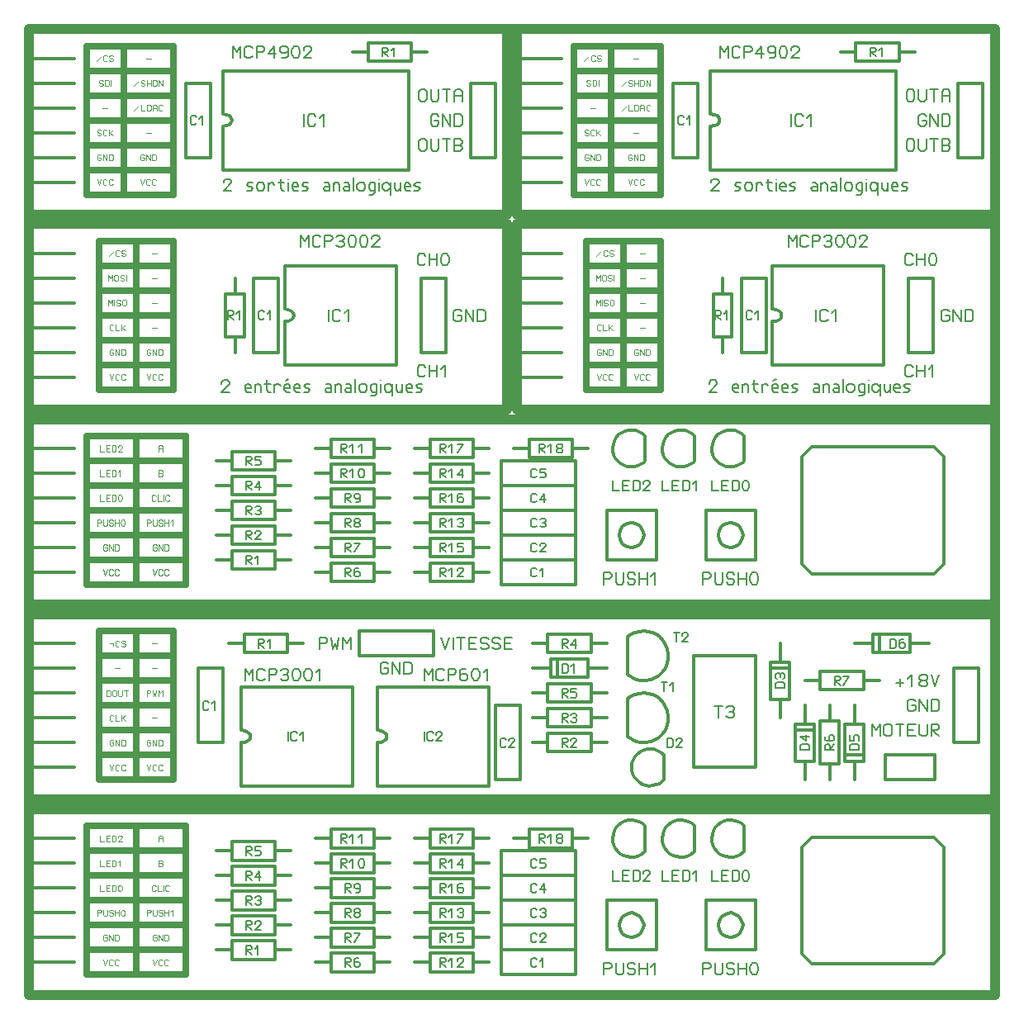
<source format=gto>
%FSLAX24Y24*%
%MOIN*%
%ADD10C,0.0040*%
%ADD11C,0.0060*%
%ADD12C,0.0069*%
%ADD13C,0.0079*%
%ADD14C,0.0139*%
%ADD15C,0.0250*%
%ADD16C,0.0394*%
D10*
G01X1563Y7540D02*
X1524Y7500D01*
X1444Y7500D01*
X1405Y7540D01*
X1405Y7698D01*
X1444Y7738D01*
X1524Y7738D01*
X1563Y7698D01*
X1643Y7738D02*
X1643Y7500D01*
X1802Y7500D01*
X1881Y7500D02*
X1881Y7738D01*
X2119Y7540D02*
X2079Y7500D01*
X2000Y7500D01*
X1960Y7540D01*
X1960Y7698D01*
X2000Y7738D01*
X2079Y7738D01*
X2119Y7698D01*
X2198Y7579D02*
X2357Y7579D01*
X2437Y7698D02*
X2476Y7738D01*
X2556Y7738D01*
X2595Y7698D01*
X2595Y7659D01*
X2556Y7619D01*
X2496Y7619D01*
X2556Y7619D02*
X2595Y7579D01*
X2595Y7540D01*
X2556Y7500D01*
X2476Y7500D01*
X2437Y7540D01*
X3183Y1619D02*
X3262Y1381D01*
X3341Y1619D01*
X3579Y1421D02*
X3540Y1381D01*
X3460Y1381D01*
X3421Y1421D01*
X3421Y1579D01*
X3460Y1619D01*
X3540Y1619D01*
X3579Y1579D01*
X3817Y1421D02*
X3778Y1381D01*
X3698Y1381D01*
X3659Y1421D01*
X3659Y1579D01*
X3698Y1619D01*
X3778Y1619D01*
X3817Y1579D01*
X5183Y1619D02*
X5262Y1381D01*
X5341Y1619D01*
X5579Y1421D02*
X5540Y1381D01*
X5460Y1381D01*
X5421Y1421D01*
X5421Y1579D01*
X5460Y1619D01*
X5540Y1619D01*
X5579Y1579D01*
X5817Y1421D02*
X5778Y1381D01*
X5698Y1381D01*
X5659Y1421D01*
X5659Y1579D01*
X5698Y1619D01*
X5778Y1619D01*
X5817Y1579D01*
X3063Y6619D02*
X3063Y6381D01*
X3222Y6381D01*
X3302Y6381D02*
X3302Y6619D01*
X3460Y6619D01*
X3421Y6500D02*
X3302Y6500D01*
X3302Y6381D02*
X3460Y6381D01*
X3540Y6381D02*
X3540Y6619D01*
X3659Y6619D01*
X3698Y6579D01*
X3698Y6421D01*
X3659Y6381D01*
X3540Y6381D01*
X3778Y6540D02*
X3778Y6579D01*
X3817Y6619D01*
X3897Y6619D01*
X3937Y6579D01*
X3937Y6540D01*
X3778Y6381D01*
X3937Y6381D01*
X3063Y5619D02*
X3063Y5381D01*
X3222Y5381D01*
X3302Y5381D02*
X3302Y5619D01*
X3460Y5619D01*
X3421Y5500D02*
X3302Y5500D01*
X3302Y5381D02*
X3460Y5381D01*
X3540Y5381D02*
X3540Y5619D01*
X3659Y5619D01*
X3698Y5579D01*
X3698Y5421D01*
X3659Y5381D01*
X3540Y5381D01*
X3857Y5381D02*
X3857Y5619D01*
X3778Y5540D01*
X3063Y4619D02*
X3063Y4381D01*
X3222Y4381D01*
X3302Y4381D02*
X3302Y4619D01*
X3460Y4619D01*
X3421Y4500D02*
X3302Y4500D01*
X3302Y4381D02*
X3460Y4381D01*
X3540Y4381D02*
X3540Y4619D01*
X3659Y4619D01*
X3698Y4579D01*
X3698Y4421D01*
X3659Y4381D01*
X3540Y4381D01*
X3817Y4381D02*
X3778Y4460D01*
X3778Y4540D01*
X3817Y4619D01*
X3897Y4619D01*
X3937Y4540D01*
X3937Y4460D01*
X3897Y4381D01*
X3817Y4381D01*
X2944Y3381D02*
X2944Y3619D01*
X3063Y3619D01*
X3103Y3579D01*
X3103Y3540D01*
X3063Y3500D01*
X2944Y3500D01*
X3183Y3619D02*
X3183Y3421D01*
X3222Y3381D01*
X3302Y3381D01*
X3341Y3421D01*
X3341Y3619D01*
X3421Y3421D02*
X3460Y3381D01*
X3540Y3381D01*
X3579Y3421D01*
X3579Y3460D01*
X3540Y3500D01*
X3460Y3500D01*
X3540Y3619D02*
X3579Y3579D01*
X3460Y3619D02*
X3540Y3619D01*
X3421Y3579D02*
X3460Y3619D01*
X3421Y3540D02*
X3421Y3579D01*
X3460Y3500D02*
X3421Y3540D01*
X3659Y3381D02*
X3659Y3619D01*
X3817Y3619D02*
X3817Y3381D01*
X3659Y3500D02*
X3817Y3500D01*
X3937Y3381D02*
X3897Y3460D01*
X3897Y3540D01*
X3937Y3619D01*
X4016Y3619D01*
X4056Y3540D01*
X4056Y3460D01*
X4016Y3381D01*
X3937Y3381D01*
X3262Y2500D02*
X3341Y2500D01*
X3341Y2421D01*
X3302Y2381D01*
X3222Y2381D01*
X3183Y2421D01*
X3183Y2579D01*
X3222Y2619D01*
X3302Y2619D01*
X3341Y2579D01*
X3421Y2381D02*
X3421Y2619D01*
X3579Y2381D01*
X3579Y2619D01*
X3659Y2381D02*
X3659Y2619D01*
X3778Y2619D01*
X3817Y2579D01*
X3817Y2421D01*
X3778Y2381D01*
X3659Y2381D01*
X5262Y2500D02*
X5341Y2500D01*
X5341Y2421D01*
X5302Y2381D01*
X5222Y2381D01*
X5183Y2421D01*
X5183Y2579D01*
X5222Y2619D01*
X5302Y2619D01*
X5341Y2579D01*
X5421Y2381D02*
X5421Y2619D01*
X5579Y2381D01*
X5579Y2619D01*
X5659Y2381D02*
X5659Y2619D01*
X5778Y2619D01*
X5817Y2579D01*
X5817Y2421D01*
X5778Y2381D01*
X5659Y2381D01*
X4944Y3381D02*
X4944Y3619D01*
X5063Y3619D01*
X5103Y3579D01*
X5103Y3540D01*
X5063Y3500D01*
X4944Y3500D01*
X5183Y3619D02*
X5183Y3421D01*
X5222Y3381D01*
X5302Y3381D01*
X5341Y3421D01*
X5341Y3619D01*
X5421Y3421D02*
X5460Y3381D01*
X5540Y3381D01*
X5579Y3421D01*
X5579Y3460D01*
X5540Y3500D01*
X5460Y3500D01*
X5540Y3619D02*
X5579Y3579D01*
X5460Y3619D02*
X5540Y3619D01*
X5421Y3579D02*
X5460Y3619D01*
X5421Y3540D02*
X5421Y3579D01*
X5460Y3500D02*
X5421Y3540D01*
X5659Y3381D02*
X5659Y3619D01*
X5817Y3619D02*
X5817Y3381D01*
X5659Y3500D02*
X5817Y3500D01*
X5976Y3381D02*
X5976Y3619D01*
X5897Y3540D01*
X5302Y4421D02*
X5262Y4381D01*
X5183Y4381D01*
X5143Y4421D01*
X5143Y4579D01*
X5183Y4619D01*
X5262Y4619D01*
X5302Y4579D01*
X5381Y4619D02*
X5381Y4381D01*
X5540Y4381D01*
X5619Y4381D02*
X5619Y4619D01*
X5857Y4421D02*
X5817Y4381D01*
X5738Y4381D01*
X5698Y4421D01*
X5698Y4579D01*
X5738Y4619D01*
X5817Y4619D01*
X5857Y4579D01*
X5421Y5381D02*
X5540Y5381D01*
X5579Y5421D01*
X5579Y5460D01*
X5540Y5500D01*
X5421Y5500D01*
X5421Y5381D02*
X5421Y5619D01*
X5540Y5619D01*
X5579Y5579D01*
X5579Y5540D01*
X5540Y5500D01*
X5421Y6381D02*
X5421Y6579D01*
X5460Y6619D01*
X5540Y6619D01*
X5579Y6579D01*
X5579Y6381D01*
X5421Y6500D02*
X5579Y6500D01*
X3433Y9493D02*
X3512Y9255D01*
X3591Y9493D01*
X3829Y9295D02*
X3790Y9255D01*
X3710Y9255D01*
X3671Y9295D01*
X3671Y9453D01*
X3710Y9493D01*
X3790Y9493D01*
X3829Y9453D01*
X4067Y9295D02*
X4028Y9255D01*
X3948Y9255D01*
X3909Y9295D01*
X3909Y9453D01*
X3948Y9493D01*
X4028Y9493D01*
X4067Y9453D01*
X4933Y9493D02*
X5012Y9255D01*
X5091Y9493D01*
X5329Y9295D02*
X5290Y9255D01*
X5210Y9255D01*
X5171Y9295D01*
X5171Y9453D01*
X5210Y9493D01*
X5290Y9493D01*
X5329Y9453D01*
X5567Y9295D02*
X5528Y9255D01*
X5448Y9255D01*
X5409Y9295D01*
X5409Y9453D01*
X5448Y9493D01*
X5528Y9493D01*
X5567Y9453D01*
X3512Y10374D02*
X3591Y10374D01*
X3591Y10295D01*
X3552Y10255D01*
X3472Y10255D01*
X3433Y10295D01*
X3433Y10453D01*
X3472Y10493D01*
X3552Y10493D01*
X3591Y10453D01*
X3671Y10255D02*
X3671Y10493D01*
X3829Y10255D01*
X3829Y10493D01*
X3909Y10255D02*
X3909Y10493D01*
X4028Y10493D01*
X4067Y10453D01*
X4067Y10295D01*
X4028Y10255D01*
X3909Y10255D01*
X5012Y10374D02*
X5091Y10374D01*
X5091Y10295D01*
X5052Y10255D01*
X4972Y10255D01*
X4933Y10295D01*
X4933Y10453D01*
X4972Y10493D01*
X5052Y10493D01*
X5091Y10453D01*
X5171Y10255D02*
X5171Y10493D01*
X5329Y10255D01*
X5329Y10493D01*
X5409Y10255D02*
X5409Y10493D01*
X5528Y10493D01*
X5567Y10453D01*
X5567Y10295D01*
X5528Y10255D01*
X5409Y10255D01*
X4933Y12255D02*
X4933Y12493D01*
X5052Y12493D01*
X5091Y12453D01*
X5091Y12414D01*
X5052Y12374D01*
X4933Y12374D01*
X5171Y12493D02*
X5210Y12255D01*
X5250Y12374D01*
X5290Y12255D01*
X5329Y12493D01*
X5409Y12255D02*
X5409Y12493D01*
X5488Y12374D01*
X5567Y12493D01*
X5567Y12255D01*
X3433Y14374D02*
X3591Y14374D01*
X3591Y14295D01*
X3829Y14295D02*
X3790Y14255D01*
X3710Y14255D01*
X3671Y14295D01*
X3671Y14453D01*
X3710Y14493D01*
X3790Y14493D01*
X3829Y14453D01*
X3909Y14295D02*
X3948Y14255D01*
X4028Y14255D01*
X4067Y14295D01*
X4067Y14334D01*
X4028Y14374D01*
X3948Y14374D01*
X4028Y14493D02*
X4067Y14453D01*
X3948Y14493D02*
X4028Y14493D01*
X3909Y14453D02*
X3948Y14493D01*
X3909Y14414D02*
X3909Y14453D01*
X3948Y14374D02*
X3909Y14414D01*
X3313Y12255D02*
X3313Y12493D01*
X3433Y12493D01*
X3472Y12453D01*
X3472Y12295D01*
X3433Y12255D01*
X3313Y12255D01*
X3552Y12295D02*
X3552Y12453D01*
X3591Y12493D01*
X3671Y12493D01*
X3710Y12453D01*
X3710Y12295D01*
X3671Y12255D01*
X3591Y12255D01*
X3552Y12295D01*
X3790Y12493D02*
X3790Y12295D01*
X3829Y12255D01*
X3909Y12255D01*
X3948Y12295D01*
X3948Y12493D01*
X4107Y12255D02*
X4107Y12493D01*
X4028Y12493D02*
X4187Y12493D01*
X3591Y11295D02*
X3552Y11255D01*
X3472Y11255D01*
X3433Y11295D01*
X3433Y11453D01*
X3472Y11493D01*
X3552Y11493D01*
X3591Y11453D01*
X3671Y11493D02*
X3671Y11255D01*
X3829Y11255D01*
X3909Y11255D02*
X3909Y11493D01*
X3909Y11334D02*
X4067Y11493D01*
X3948Y11374D02*
X4067Y11255D01*
X5151Y14374D02*
X5349Y14374D01*
X3651Y13374D02*
X3849Y13374D01*
X5151Y13374D02*
X5349Y13374D01*
X5151Y11374D02*
X5349Y11374D01*
X1563Y23288D02*
X1524Y23248D01*
X1444Y23248D01*
X1405Y23288D01*
X1405Y23446D01*
X1444Y23486D01*
X1524Y23486D01*
X1563Y23446D01*
X1643Y23486D02*
X1643Y23248D01*
X1802Y23248D01*
X1881Y23248D02*
X1881Y23486D01*
X2119Y23288D02*
X2079Y23248D01*
X2000Y23248D01*
X1960Y23288D01*
X1960Y23446D01*
X2000Y23486D01*
X2079Y23486D01*
X2119Y23446D01*
X2198Y23327D02*
X2357Y23327D01*
X2437Y23446D02*
X2476Y23486D01*
X2556Y23486D01*
X2595Y23446D01*
X2595Y23407D01*
X2556Y23367D01*
X2496Y23367D01*
X2556Y23367D02*
X2595Y23327D01*
X2595Y23288D01*
X2556Y23248D01*
X2476Y23248D01*
X2437Y23288D01*
X3183Y17367D02*
X3262Y17129D01*
X3341Y17367D01*
X3579Y17169D02*
X3540Y17129D01*
X3460Y17129D01*
X3421Y17169D01*
X3421Y17327D01*
X3460Y17367D01*
X3540Y17367D01*
X3579Y17327D01*
X3817Y17169D02*
X3778Y17129D01*
X3698Y17129D01*
X3659Y17169D01*
X3659Y17327D01*
X3698Y17367D01*
X3778Y17367D01*
X3817Y17327D01*
X5183Y17367D02*
X5262Y17129D01*
X5341Y17367D01*
X5579Y17169D02*
X5540Y17129D01*
X5460Y17129D01*
X5421Y17169D01*
X5421Y17327D01*
X5460Y17367D01*
X5540Y17367D01*
X5579Y17327D01*
X5817Y17169D02*
X5778Y17129D01*
X5698Y17129D01*
X5659Y17169D01*
X5659Y17327D01*
X5698Y17367D01*
X5778Y17367D01*
X5817Y17327D01*
X3063Y22367D02*
X3063Y22129D01*
X3222Y22129D01*
X3302Y22129D02*
X3302Y22367D01*
X3460Y22367D01*
X3421Y22248D02*
X3302Y22248D01*
X3302Y22129D02*
X3460Y22129D01*
X3540Y22129D02*
X3540Y22367D01*
X3659Y22367D01*
X3698Y22327D01*
X3698Y22169D01*
X3659Y22129D01*
X3540Y22129D01*
X3778Y22288D02*
X3778Y22327D01*
X3817Y22367D01*
X3897Y22367D01*
X3937Y22327D01*
X3937Y22288D01*
X3778Y22129D01*
X3937Y22129D01*
X3063Y21367D02*
X3063Y21129D01*
X3222Y21129D01*
X3302Y21129D02*
X3302Y21367D01*
X3460Y21367D01*
X3421Y21248D02*
X3302Y21248D01*
X3302Y21129D02*
X3460Y21129D01*
X3540Y21129D02*
X3540Y21367D01*
X3659Y21367D01*
X3698Y21327D01*
X3698Y21169D01*
X3659Y21129D01*
X3540Y21129D01*
X3857Y21129D02*
X3857Y21367D01*
X3778Y21288D01*
X3063Y20367D02*
X3063Y20129D01*
X3222Y20129D01*
X3302Y20129D02*
X3302Y20367D01*
X3460Y20367D01*
X3421Y20248D02*
X3302Y20248D01*
X3302Y20129D02*
X3460Y20129D01*
X3540Y20129D02*
X3540Y20367D01*
X3659Y20367D01*
X3698Y20327D01*
X3698Y20169D01*
X3659Y20129D01*
X3540Y20129D01*
X3817Y20129D02*
X3778Y20208D01*
X3778Y20288D01*
X3817Y20367D01*
X3897Y20367D01*
X3937Y20288D01*
X3937Y20208D01*
X3897Y20129D01*
X3817Y20129D01*
X2944Y19129D02*
X2944Y19367D01*
X3063Y19367D01*
X3103Y19327D01*
X3103Y19288D01*
X3063Y19248D01*
X2944Y19248D01*
X3183Y19367D02*
X3183Y19169D01*
X3222Y19129D01*
X3302Y19129D01*
X3341Y19169D01*
X3341Y19367D01*
X3421Y19169D02*
X3460Y19129D01*
X3540Y19129D01*
X3579Y19169D01*
X3579Y19208D01*
X3540Y19248D01*
X3460Y19248D01*
X3540Y19367D02*
X3579Y19327D01*
X3460Y19367D02*
X3540Y19367D01*
X3421Y19327D02*
X3460Y19367D01*
X3421Y19288D02*
X3421Y19327D01*
X3460Y19248D02*
X3421Y19288D01*
X3659Y19129D02*
X3659Y19367D01*
X3817Y19367D02*
X3817Y19129D01*
X3659Y19248D02*
X3817Y19248D01*
X3937Y19129D02*
X3897Y19208D01*
X3897Y19288D01*
X3937Y19367D01*
X4016Y19367D01*
X4056Y19288D01*
X4056Y19208D01*
X4016Y19129D01*
X3937Y19129D01*
X3262Y18248D02*
X3341Y18248D01*
X3341Y18169D01*
X3302Y18129D01*
X3222Y18129D01*
X3183Y18169D01*
X3183Y18327D01*
X3222Y18367D01*
X3302Y18367D01*
X3341Y18327D01*
X3421Y18129D02*
X3421Y18367D01*
X3579Y18129D01*
X3579Y18367D01*
X3659Y18129D02*
X3659Y18367D01*
X3778Y18367D01*
X3817Y18327D01*
X3817Y18169D01*
X3778Y18129D01*
X3659Y18129D01*
X5262Y18248D02*
X5341Y18248D01*
X5341Y18169D01*
X5302Y18129D01*
X5222Y18129D01*
X5183Y18169D01*
X5183Y18327D01*
X5222Y18367D01*
X5302Y18367D01*
X5341Y18327D01*
X5421Y18129D02*
X5421Y18367D01*
X5579Y18129D01*
X5579Y18367D01*
X5659Y18129D02*
X5659Y18367D01*
X5778Y18367D01*
X5817Y18327D01*
X5817Y18169D01*
X5778Y18129D01*
X5659Y18129D01*
X4944Y19129D02*
X4944Y19367D01*
X5063Y19367D01*
X5103Y19327D01*
X5103Y19288D01*
X5063Y19248D01*
X4944Y19248D01*
X5183Y19367D02*
X5183Y19169D01*
X5222Y19129D01*
X5302Y19129D01*
X5341Y19169D01*
X5341Y19367D01*
X5421Y19169D02*
X5460Y19129D01*
X5540Y19129D01*
X5579Y19169D01*
X5579Y19208D01*
X5540Y19248D01*
X5460Y19248D01*
X5540Y19367D02*
X5579Y19327D01*
X5460Y19367D02*
X5540Y19367D01*
X5421Y19327D02*
X5460Y19367D01*
X5421Y19288D02*
X5421Y19327D01*
X5460Y19248D02*
X5421Y19288D01*
X5659Y19129D02*
X5659Y19367D01*
X5817Y19367D02*
X5817Y19129D01*
X5659Y19248D02*
X5817Y19248D01*
X5976Y19129D02*
X5976Y19367D01*
X5897Y19288D01*
X5302Y20169D02*
X5262Y20129D01*
X5183Y20129D01*
X5143Y20169D01*
X5143Y20327D01*
X5183Y20367D01*
X5262Y20367D01*
X5302Y20327D01*
X5381Y20367D02*
X5381Y20129D01*
X5540Y20129D01*
X5619Y20129D02*
X5619Y20367D01*
X5857Y20169D02*
X5817Y20129D01*
X5738Y20129D01*
X5698Y20169D01*
X5698Y20327D01*
X5738Y20367D01*
X5817Y20367D01*
X5857Y20327D01*
X5421Y21129D02*
X5540Y21129D01*
X5579Y21169D01*
X5579Y21208D01*
X5540Y21248D01*
X5421Y21248D01*
X5421Y21129D02*
X5421Y21367D01*
X5540Y21367D01*
X5579Y21327D01*
X5579Y21288D01*
X5540Y21248D01*
X5421Y22129D02*
X5421Y22327D01*
X5460Y22367D01*
X5540Y22367D01*
X5579Y22327D01*
X5579Y22129D01*
X5421Y22248D02*
X5579Y22248D01*
X4425Y36877D02*
X4623Y37075D01*
X4702Y36917D02*
X4742Y36877D01*
X4821Y36877D01*
X4861Y36917D01*
X4861Y36956D01*
X4821Y36996D01*
X4742Y36996D01*
X4821Y37115D02*
X4861Y37075D01*
X4742Y37115D02*
X4821Y37115D01*
X4702Y37075D02*
X4742Y37115D01*
X4702Y37036D02*
X4702Y37075D01*
X4742Y36996D02*
X4702Y37036D01*
X4940Y36877D02*
X4940Y37115D01*
X5099Y37115D02*
X5099Y36877D01*
X4940Y36996D02*
X5099Y36996D01*
X5179Y36877D02*
X5179Y37115D01*
X5298Y37115D01*
X5337Y37075D01*
X5337Y36917D01*
X5298Y36877D01*
X5179Y36877D01*
X5417Y36877D02*
X5417Y37115D01*
X5575Y36877D01*
X5575Y37115D01*
X3012Y36917D02*
X3052Y36877D01*
X3131Y36877D01*
X3171Y36917D01*
X3171Y36956D01*
X3131Y36996D01*
X3052Y36996D01*
X3131Y37115D02*
X3171Y37075D01*
X3052Y37115D02*
X3131Y37115D01*
X3012Y37075D02*
X3052Y37115D01*
X3012Y37036D02*
X3012Y37075D01*
X3052Y36996D02*
X3012Y37036D01*
X3250Y36877D02*
X3250Y37115D01*
X3369Y37115D01*
X3409Y37075D01*
X3409Y36917D01*
X3369Y36877D01*
X3250Y36877D01*
X3488Y36877D02*
X3488Y37115D01*
X3012Y33996D02*
X3091Y33996D01*
X3091Y33917D01*
X3052Y33877D01*
X2972Y33877D01*
X2933Y33917D01*
X2933Y34075D01*
X2972Y34115D01*
X3052Y34115D01*
X3091Y34075D01*
X3171Y33877D02*
X3171Y34115D01*
X3329Y33877D01*
X3329Y34115D01*
X3409Y33877D02*
X3409Y34115D01*
X3528Y34115D01*
X3567Y34075D01*
X3567Y33917D01*
X3528Y33877D01*
X3409Y33877D01*
X2933Y33115D02*
X3012Y32877D01*
X3091Y33115D01*
X3329Y32917D02*
X3290Y32877D01*
X3210Y32877D01*
X3171Y32917D01*
X3171Y33075D01*
X3210Y33115D01*
X3290Y33115D01*
X3329Y33075D01*
X3567Y32917D02*
X3528Y32877D01*
X3448Y32877D01*
X3409Y32917D01*
X3409Y33075D01*
X3448Y33115D01*
X3528Y33115D01*
X3567Y33075D01*
X3151Y35996D02*
X3349Y35996D01*
X2933Y34917D02*
X2972Y34877D01*
X3052Y34877D01*
X3091Y34917D01*
X3091Y34956D01*
X3052Y34996D01*
X2972Y34996D01*
X3052Y35115D02*
X3091Y35075D01*
X2972Y35115D02*
X3052Y35115D01*
X2933Y35075D02*
X2972Y35115D01*
X2933Y35036D02*
X2933Y35075D01*
X2972Y34996D02*
X2933Y35036D01*
X3329Y34917D02*
X3290Y34877D01*
X3210Y34877D01*
X3171Y34917D01*
X3171Y35075D01*
X3210Y35115D01*
X3290Y35115D01*
X3329Y35075D01*
X3409Y34877D02*
X3409Y35115D01*
X3409Y34956D02*
X3567Y35115D01*
X3448Y34996D02*
X3567Y34877D01*
X2913Y37877D02*
X3111Y38075D01*
X3349Y37917D02*
X3310Y37877D01*
X3230Y37877D01*
X3190Y37917D01*
X3190Y38075D01*
X3230Y38115D01*
X3310Y38115D01*
X3349Y38075D01*
X3429Y37917D02*
X3468Y37877D01*
X3548Y37877D01*
X3587Y37917D01*
X3587Y37956D01*
X3548Y37996D01*
X3468Y37996D01*
X3548Y38115D02*
X3587Y38075D01*
X3468Y38115D02*
X3548Y38115D01*
X3429Y38075D02*
X3468Y38115D01*
X3429Y38036D02*
X3429Y38075D01*
X3468Y37996D02*
X3429Y38036D01*
X4425Y35877D02*
X4623Y36075D01*
X4702Y36115D02*
X4702Y35877D01*
X4861Y35877D01*
X4940Y35877D02*
X4940Y36115D01*
X5060Y36115D01*
X5099Y36075D01*
X5099Y35917D01*
X5060Y35877D01*
X4940Y35877D01*
X5179Y35877D02*
X5179Y36075D01*
X5218Y36115D01*
X5298Y36115D01*
X5337Y36075D01*
X5337Y35877D01*
X5179Y35996D02*
X5337Y35996D01*
X5575Y35917D02*
X5536Y35877D01*
X5456Y35877D01*
X5417Y35917D01*
X5417Y36075D01*
X5456Y36115D01*
X5536Y36115D01*
X5575Y36075D01*
X4901Y37996D02*
X5099Y37996D01*
X4901Y34996D02*
X5099Y34996D01*
X4762Y33996D02*
X4841Y33996D01*
X4841Y33917D01*
X4802Y33877D01*
X4722Y33877D01*
X4683Y33917D01*
X4683Y34075D01*
X4722Y34115D01*
X4802Y34115D01*
X4841Y34075D01*
X4921Y33877D02*
X4921Y34115D01*
X5079Y33877D01*
X5079Y34115D01*
X5159Y33877D02*
X5159Y34115D01*
X5278Y34115D01*
X5317Y34075D01*
X5317Y33917D01*
X5278Y33877D01*
X5159Y33877D01*
X4683Y33115D02*
X4762Y32877D01*
X4841Y33115D01*
X5079Y32917D02*
X5040Y32877D01*
X4960Y32877D01*
X4921Y32917D01*
X4921Y33075D01*
X4960Y33115D01*
X5040Y33115D01*
X5079Y33075D01*
X5317Y32917D02*
X5278Y32877D01*
X5198Y32877D01*
X5159Y32917D01*
X5159Y33075D01*
X5198Y33115D01*
X5278Y33115D01*
X5317Y33075D01*
X23197Y26122D02*
X23276Y26122D01*
X23276Y26043D01*
X23237Y26003D01*
X23157Y26003D01*
X23118Y26043D01*
X23118Y26201D01*
X23157Y26241D01*
X23237Y26241D01*
X23276Y26201D01*
X23356Y26003D02*
X23356Y26241D01*
X23514Y26003D01*
X23514Y26241D01*
X23594Y26003D02*
X23594Y26241D01*
X23713Y26241D01*
X23752Y26201D01*
X23752Y26043D01*
X23713Y26003D01*
X23594Y26003D01*
X23098Y30003D02*
X23296Y30201D01*
X23534Y30043D02*
X23495Y30003D01*
X23415Y30003D01*
X23376Y30043D01*
X23376Y30201D01*
X23415Y30241D01*
X23495Y30241D01*
X23534Y30201D01*
X23614Y30043D02*
X23653Y30003D01*
X23733Y30003D01*
X23772Y30043D01*
X23772Y30082D01*
X23733Y30122D01*
X23653Y30122D01*
X23733Y30241D02*
X23772Y30201D01*
X23653Y30241D02*
X23733Y30241D01*
X23614Y30201D02*
X23653Y30241D01*
X23614Y30162D02*
X23614Y30201D01*
X23653Y30122D02*
X23614Y30162D01*
X23118Y25241D02*
X23197Y25003D01*
X23276Y25241D01*
X23514Y25043D02*
X23475Y25003D01*
X23395Y25003D01*
X23356Y25043D01*
X23356Y25201D01*
X23395Y25241D01*
X23475Y25241D01*
X23514Y25201D01*
X23752Y25043D02*
X23713Y25003D01*
X23633Y25003D01*
X23594Y25043D01*
X23594Y25201D01*
X23633Y25241D01*
X23713Y25241D01*
X23752Y25201D01*
X23078Y28003D02*
X23078Y28241D01*
X23157Y28122D01*
X23237Y28241D01*
X23237Y28003D01*
X23316Y28003D02*
X23316Y28241D01*
X23395Y28043D02*
X23435Y28003D01*
X23514Y28003D01*
X23554Y28043D01*
X23554Y28082D01*
X23514Y28122D01*
X23435Y28122D01*
X23514Y28241D02*
X23554Y28201D01*
X23435Y28241D02*
X23514Y28241D01*
X23395Y28201D02*
X23435Y28241D01*
X23395Y28162D02*
X23395Y28201D01*
X23435Y28122D02*
X23395Y28162D01*
X23633Y28043D02*
X23633Y28201D01*
X23673Y28241D01*
X23752Y28241D01*
X23792Y28201D01*
X23792Y28043D01*
X23752Y28003D01*
X23673Y28003D01*
X23633Y28043D01*
X23078Y29003D02*
X23078Y29241D01*
X23157Y29122D01*
X23237Y29241D01*
X23237Y29003D01*
X23316Y29043D02*
X23316Y29201D01*
X23356Y29241D01*
X23435Y29241D01*
X23475Y29201D01*
X23475Y29043D01*
X23435Y29003D01*
X23356Y29003D01*
X23316Y29043D01*
X23554Y29043D02*
X23594Y29003D01*
X23673Y29003D01*
X23713Y29043D01*
X23713Y29082D01*
X23673Y29122D01*
X23594Y29122D01*
X23673Y29241D02*
X23713Y29201D01*
X23594Y29241D02*
X23673Y29241D01*
X23554Y29201D02*
X23594Y29241D01*
X23554Y29162D02*
X23554Y29201D01*
X23594Y29122D02*
X23554Y29162D01*
X23792Y29003D02*
X23792Y29241D01*
X23276Y27043D02*
X23237Y27003D01*
X23157Y27003D01*
X23118Y27043D01*
X23118Y27201D01*
X23157Y27241D01*
X23237Y27241D01*
X23276Y27201D01*
X23356Y27241D02*
X23356Y27003D01*
X23514Y27003D01*
X23594Y27003D02*
X23594Y27241D01*
X23594Y27082D02*
X23752Y27241D01*
X23633Y27122D02*
X23752Y27003D01*
X24836Y30122D02*
X25034Y30122D01*
X24836Y29122D02*
X25034Y29122D01*
X24836Y28122D02*
X25034Y28122D01*
X24836Y27122D02*
X25034Y27122D01*
X24697Y26122D02*
X24776Y26122D01*
X24776Y26043D01*
X24737Y26003D01*
X24657Y26003D01*
X24618Y26043D01*
X24618Y26201D01*
X24657Y26241D01*
X24737Y26241D01*
X24776Y26201D01*
X24856Y26003D02*
X24856Y26241D01*
X25014Y26003D01*
X25014Y26241D01*
X25094Y26003D02*
X25094Y26241D01*
X25213Y26241D01*
X25252Y26201D01*
X25252Y26043D01*
X25213Y26003D01*
X25094Y26003D01*
X24618Y25241D02*
X24697Y25003D01*
X24776Y25241D01*
X25014Y25043D02*
X24975Y25003D01*
X24895Y25003D01*
X24856Y25043D01*
X24856Y25201D01*
X24895Y25241D01*
X24975Y25241D01*
X25014Y25201D01*
X25252Y25043D02*
X25213Y25003D01*
X25133Y25003D01*
X25094Y25043D01*
X25094Y25201D01*
X25133Y25241D01*
X25213Y25241D01*
X25252Y25201D01*
X24110Y36877D02*
X24308Y37075D01*
X24387Y36917D02*
X24427Y36877D01*
X24506Y36877D01*
X24546Y36917D01*
X24546Y36956D01*
X24506Y36996D01*
X24427Y36996D01*
X24506Y37115D02*
X24546Y37075D01*
X24427Y37115D02*
X24506Y37115D01*
X24387Y37075D02*
X24427Y37115D01*
X24387Y37036D02*
X24387Y37075D01*
X24427Y36996D02*
X24387Y37036D01*
X24626Y36877D02*
X24626Y37115D01*
X24784Y37115D02*
X24784Y36877D01*
X24626Y36996D02*
X24784Y36996D01*
X24864Y36877D02*
X24864Y37115D01*
X24983Y37115D01*
X25022Y37075D01*
X25022Y36917D01*
X24983Y36877D01*
X24864Y36877D01*
X25102Y36877D02*
X25102Y37115D01*
X25260Y36877D01*
X25260Y37115D01*
X22697Y36917D02*
X22737Y36877D01*
X22816Y36877D01*
X22856Y36917D01*
X22856Y36956D01*
X22816Y36996D01*
X22737Y36996D01*
X22816Y37115D02*
X22856Y37075D01*
X22737Y37115D02*
X22816Y37115D01*
X22697Y37075D02*
X22737Y37115D01*
X22697Y37036D02*
X22697Y37075D01*
X22737Y36996D02*
X22697Y37036D01*
X22935Y36877D02*
X22935Y37115D01*
X23054Y37115D01*
X23094Y37075D01*
X23094Y36917D01*
X23054Y36877D01*
X22935Y36877D01*
X23173Y36877D02*
X23173Y37115D01*
X22697Y33996D02*
X22776Y33996D01*
X22776Y33917D01*
X22737Y33877D01*
X22657Y33877D01*
X22618Y33917D01*
X22618Y34075D01*
X22657Y34115D01*
X22737Y34115D01*
X22776Y34075D01*
X22856Y33877D02*
X22856Y34115D01*
X23014Y33877D01*
X23014Y34115D01*
X23094Y33877D02*
X23094Y34115D01*
X23213Y34115D01*
X23252Y34075D01*
X23252Y33917D01*
X23213Y33877D01*
X23094Y33877D01*
X22618Y33115D02*
X22697Y32877D01*
X22776Y33115D01*
X23014Y32917D02*
X22975Y32877D01*
X22895Y32877D01*
X22856Y32917D01*
X22856Y33075D01*
X22895Y33115D01*
X22975Y33115D01*
X23014Y33075D01*
X23252Y32917D02*
X23213Y32877D01*
X23133Y32877D01*
X23094Y32917D01*
X23094Y33075D01*
X23133Y33115D01*
X23213Y33115D01*
X23252Y33075D01*
X22836Y35996D02*
X23034Y35996D01*
X22618Y34917D02*
X22657Y34877D01*
X22737Y34877D01*
X22776Y34917D01*
X22776Y34956D01*
X22737Y34996D01*
X22657Y34996D01*
X22737Y35115D02*
X22776Y35075D01*
X22657Y35115D02*
X22737Y35115D01*
X22618Y35075D02*
X22657Y35115D01*
X22618Y35036D02*
X22618Y35075D01*
X22657Y34996D02*
X22618Y35036D01*
X23014Y34917D02*
X22975Y34877D01*
X22895Y34877D01*
X22856Y34917D01*
X22856Y35075D01*
X22895Y35115D01*
X22975Y35115D01*
X23014Y35075D01*
X23094Y34877D02*
X23094Y35115D01*
X23094Y34956D02*
X23252Y35115D01*
X23133Y34996D02*
X23252Y34877D01*
X22598Y37877D02*
X22796Y38075D01*
X23034Y37917D02*
X22995Y37877D01*
X22915Y37877D01*
X22876Y37917D01*
X22876Y38075D01*
X22915Y38115D01*
X22995Y38115D01*
X23034Y38075D01*
X23114Y37917D02*
X23153Y37877D01*
X23233Y37877D01*
X23272Y37917D01*
X23272Y37956D01*
X23233Y37996D01*
X23153Y37996D01*
X23233Y38115D02*
X23272Y38075D01*
X23153Y38115D02*
X23233Y38115D01*
X23114Y38075D02*
X23153Y38115D01*
X23114Y38036D02*
X23114Y38075D01*
X23153Y37996D02*
X23114Y38036D01*
X24110Y35877D02*
X24308Y36075D01*
X24387Y36115D02*
X24387Y35877D01*
X24546Y35877D01*
X24626Y35877D02*
X24626Y36115D01*
X24745Y36115D01*
X24784Y36075D01*
X24784Y35917D01*
X24745Y35877D01*
X24626Y35877D01*
X24864Y35877D02*
X24864Y36075D01*
X24903Y36115D01*
X24983Y36115D01*
X25022Y36075D01*
X25022Y35877D01*
X24864Y35996D02*
X25022Y35996D01*
X25260Y35917D02*
X25221Y35877D01*
X25141Y35877D01*
X25102Y35917D01*
X25102Y36075D01*
X25141Y36115D01*
X25221Y36115D01*
X25260Y36075D01*
X24586Y37996D02*
X24784Y37996D01*
X24586Y34996D02*
X24784Y34996D01*
X24447Y33996D02*
X24526Y33996D01*
X24526Y33917D01*
X24487Y33877D01*
X24407Y33877D01*
X24368Y33917D01*
X24368Y34075D01*
X24407Y34115D01*
X24487Y34115D01*
X24526Y34075D01*
X24606Y33877D02*
X24606Y34115D01*
X24764Y33877D01*
X24764Y34115D01*
X24844Y33877D02*
X24844Y34115D01*
X24963Y34115D01*
X25002Y34075D01*
X25002Y33917D01*
X24963Y33877D01*
X24844Y33877D01*
X24368Y33115D02*
X24447Y32877D01*
X24526Y33115D01*
X24764Y32917D02*
X24725Y32877D01*
X24645Y32877D01*
X24606Y32917D01*
X24606Y33075D01*
X24645Y33115D01*
X24725Y33115D01*
X24764Y33075D01*
X25002Y32917D02*
X24963Y32877D01*
X24883Y32877D01*
X24844Y32917D01*
X24844Y33075D01*
X24883Y33115D01*
X24963Y33115D01*
X25002Y33075D01*
X3512Y26122D02*
X3591Y26122D01*
X3591Y26043D01*
X3552Y26003D01*
X3472Y26003D01*
X3433Y26043D01*
X3433Y26201D01*
X3472Y26241D01*
X3552Y26241D01*
X3591Y26201D01*
X3671Y26003D02*
X3671Y26241D01*
X3829Y26003D01*
X3829Y26241D01*
X3909Y26003D02*
X3909Y26241D01*
X4028Y26241D01*
X4067Y26201D01*
X4067Y26043D01*
X4028Y26003D01*
X3909Y26003D01*
X3413Y30003D02*
X3611Y30201D01*
X3849Y30043D02*
X3810Y30003D01*
X3730Y30003D01*
X3690Y30043D01*
X3690Y30201D01*
X3730Y30241D01*
X3810Y30241D01*
X3849Y30201D01*
X3929Y30043D02*
X3968Y30003D01*
X4048Y30003D01*
X4087Y30043D01*
X4087Y30082D01*
X4048Y30122D01*
X3968Y30122D01*
X4048Y30241D02*
X4087Y30201D01*
X3968Y30241D02*
X4048Y30241D01*
X3929Y30201D02*
X3968Y30241D01*
X3929Y30162D02*
X3929Y30201D01*
X3968Y30122D02*
X3929Y30162D01*
X3433Y25241D02*
X3512Y25003D01*
X3591Y25241D01*
X3829Y25043D02*
X3790Y25003D01*
X3710Y25003D01*
X3671Y25043D01*
X3671Y25201D01*
X3710Y25241D01*
X3790Y25241D01*
X3829Y25201D01*
X4067Y25043D02*
X4028Y25003D01*
X3948Y25003D01*
X3909Y25043D01*
X3909Y25201D01*
X3948Y25241D01*
X4028Y25241D01*
X4067Y25201D01*
X3393Y28003D02*
X3393Y28241D01*
X3472Y28122D01*
X3552Y28241D01*
X3552Y28003D01*
X3631Y28003D02*
X3631Y28241D01*
X3710Y28043D02*
X3750Y28003D01*
X3829Y28003D01*
X3869Y28043D01*
X3869Y28082D01*
X3829Y28122D01*
X3750Y28122D01*
X3829Y28241D02*
X3869Y28201D01*
X3750Y28241D02*
X3829Y28241D01*
X3710Y28201D02*
X3750Y28241D01*
X3710Y28162D02*
X3710Y28201D01*
X3750Y28122D02*
X3710Y28162D01*
X3948Y28043D02*
X3948Y28201D01*
X3988Y28241D01*
X4067Y28241D01*
X4107Y28201D01*
X4107Y28043D01*
X4067Y28003D01*
X3988Y28003D01*
X3948Y28043D01*
X3393Y29003D02*
X3393Y29241D01*
X3472Y29122D01*
X3552Y29241D01*
X3552Y29003D01*
X3631Y29043D02*
X3631Y29201D01*
X3671Y29241D01*
X3750Y29241D01*
X3790Y29201D01*
X3790Y29043D01*
X3750Y29003D01*
X3671Y29003D01*
X3631Y29043D01*
X3869Y29043D02*
X3909Y29003D01*
X3988Y29003D01*
X4028Y29043D01*
X4028Y29082D01*
X3988Y29122D01*
X3909Y29122D01*
X3988Y29241D02*
X4028Y29201D01*
X3909Y29241D02*
X3988Y29241D01*
X3869Y29201D02*
X3909Y29241D01*
X3869Y29162D02*
X3869Y29201D01*
X3909Y29122D02*
X3869Y29162D01*
X4107Y29003D02*
X4107Y29241D01*
X3591Y27043D02*
X3552Y27003D01*
X3472Y27003D01*
X3433Y27043D01*
X3433Y27201D01*
X3472Y27241D01*
X3552Y27241D01*
X3591Y27201D01*
X3671Y27241D02*
X3671Y27003D01*
X3829Y27003D01*
X3909Y27003D02*
X3909Y27241D01*
X3909Y27082D02*
X4067Y27241D01*
X3948Y27122D02*
X4067Y27003D01*
X5151Y30122D02*
X5349Y30122D01*
X5151Y29122D02*
X5349Y29122D01*
X5151Y28122D02*
X5349Y28122D01*
X5151Y27122D02*
X5349Y27122D01*
X5012Y26122D02*
X5091Y26122D01*
X5091Y26043D01*
X5052Y26003D01*
X4972Y26003D01*
X4933Y26043D01*
X4933Y26201D01*
X4972Y26241D01*
X5052Y26241D01*
X5091Y26201D01*
X5171Y26003D02*
X5171Y26241D01*
X5329Y26003D01*
X5329Y26241D01*
X5409Y26003D02*
X5409Y26241D01*
X5528Y26241D01*
X5567Y26201D01*
X5567Y26043D01*
X5528Y26003D01*
X5409Y26003D01*
X4933Y25241D02*
X5012Y25003D01*
X5091Y25241D01*
X5329Y25043D02*
X5290Y25003D01*
X5210Y25003D01*
X5171Y25043D01*
X5171Y25201D01*
X5210Y25241D01*
X5290Y25241D01*
X5329Y25201D01*
X5567Y25043D02*
X5528Y25003D01*
X5448Y25003D01*
X5409Y25043D01*
X5409Y25201D01*
X5448Y25241D01*
X5528Y25241D01*
X5567Y25201D01*
D11*
G01X8952Y3821D02*
X8952Y4179D01*
X9131Y4179D01*
X9190Y4119D01*
X9190Y4060D01*
X9131Y4000D01*
X8952Y4000D01*
X9190Y3821D01*
X9310Y4119D02*
X9369Y4179D01*
X9488Y4179D01*
X9548Y4119D01*
X9548Y4060D01*
X9488Y4000D01*
X9399Y4000D01*
X9488Y4000D02*
X9548Y3940D01*
X9548Y3881D01*
X9488Y3821D01*
X9369Y3821D01*
X9310Y3881D01*
X8952Y4821D02*
X8952Y5179D01*
X9131Y5179D01*
X9190Y5119D01*
X9190Y5060D01*
X9131Y5000D01*
X8952Y5000D01*
X9190Y4821D01*
X9488Y4821D02*
X9488Y5179D01*
X9310Y4940D01*
X9548Y4940D01*
X20690Y4381D02*
X20631Y4321D01*
X20512Y4321D01*
X20452Y4381D01*
X20452Y4619D01*
X20512Y4679D01*
X20631Y4679D01*
X20690Y4619D01*
X20988Y4321D02*
X20988Y4679D01*
X20810Y4440D01*
X21048Y4440D01*
X16774Y4321D02*
X16774Y4679D01*
X16952Y4679D01*
X17012Y4619D01*
X17012Y4560D01*
X16952Y4500D01*
X16774Y4500D01*
X17012Y4321D01*
X17250Y4321D02*
X17250Y4679D01*
X17131Y4560D01*
X17667Y4679D02*
X17548Y4679D01*
X17488Y4619D01*
X17488Y4381D01*
X17548Y4321D01*
X17667Y4321D01*
X17726Y4381D01*
X17726Y4470D01*
X17667Y4530D01*
X17548Y4530D01*
X17488Y4470D01*
X16774Y3321D02*
X16774Y3679D01*
X16952Y3679D01*
X17012Y3619D01*
X17012Y3560D01*
X16952Y3500D01*
X16774Y3500D01*
X17012Y3321D01*
X17250Y3321D02*
X17250Y3679D01*
X17131Y3560D01*
X17488Y3619D02*
X17548Y3679D01*
X17667Y3679D01*
X17726Y3619D01*
X17726Y3560D01*
X17667Y3500D01*
X17577Y3500D01*
X17667Y3500D02*
X17726Y3440D01*
X17726Y3381D01*
X17667Y3321D01*
X17548Y3321D01*
X17488Y3381D01*
X20690Y1381D02*
X20631Y1321D01*
X20512Y1321D01*
X20452Y1381D01*
X20452Y1619D01*
X20512Y1679D01*
X20631Y1679D01*
X20690Y1619D01*
X20929Y1321D02*
X20929Y1679D01*
X20810Y1560D01*
X16774Y1321D02*
X16774Y1679D01*
X16952Y1679D01*
X17012Y1619D01*
X17012Y1560D01*
X16952Y1500D01*
X16774Y1500D01*
X17012Y1321D01*
X17250Y1321D02*
X17250Y1679D01*
X17131Y1560D01*
X17488Y1560D02*
X17488Y1619D01*
X17548Y1679D01*
X17667Y1679D01*
X17726Y1619D01*
X17726Y1560D01*
X17488Y1321D01*
X17726Y1321D01*
X8952Y1821D02*
X8952Y2179D01*
X9131Y2179D01*
X9190Y2119D01*
X9190Y2060D01*
X9131Y2000D01*
X8952Y2000D01*
X9190Y1821D01*
X9429Y1821D02*
X9429Y2179D01*
X9310Y2060D01*
X16774Y2321D02*
X16774Y2679D01*
X16952Y2679D01*
X17012Y2619D01*
X17012Y2560D01*
X16952Y2500D01*
X16774Y2500D01*
X17012Y2321D01*
X17250Y2321D02*
X17250Y2679D01*
X17131Y2560D01*
X17488Y2679D02*
X17726Y2679D01*
X17488Y2679D02*
X17488Y2530D01*
X17667Y2530D01*
X17726Y2470D01*
X17726Y2381D01*
X17667Y2321D01*
X17488Y2321D01*
X12952Y2321D02*
X12952Y2679D01*
X13131Y2679D01*
X13190Y2619D01*
X13190Y2560D01*
X13131Y2500D01*
X12952Y2500D01*
X13190Y2321D01*
X13310Y2679D02*
X13548Y2679D01*
X13310Y2321D01*
X12952Y1321D02*
X12952Y1679D01*
X13131Y1679D01*
X13190Y1619D01*
X13190Y1560D01*
X13131Y1500D01*
X12952Y1500D01*
X13190Y1321D01*
X13488Y1679D02*
X13369Y1679D01*
X13310Y1619D01*
X13310Y1381D01*
X13369Y1321D01*
X13488Y1321D01*
X13548Y1381D01*
X13548Y1470D01*
X13488Y1530D01*
X13369Y1530D01*
X13310Y1470D01*
X20690Y2381D02*
X20631Y2321D01*
X20512Y2321D01*
X20452Y2381D01*
X20452Y2619D01*
X20512Y2679D01*
X20631Y2679D01*
X20690Y2619D01*
X20810Y2560D02*
X20810Y2619D01*
X20869Y2679D01*
X20988Y2679D01*
X21048Y2619D01*
X21048Y2560D01*
X20810Y2321D01*
X21048Y2321D01*
X16774Y6321D02*
X16774Y6679D01*
X16952Y6679D01*
X17012Y6619D01*
X17012Y6560D01*
X16952Y6500D01*
X16774Y6500D01*
X17012Y6321D01*
X17250Y6321D02*
X17250Y6679D01*
X17131Y6560D01*
X17488Y6679D02*
X17726Y6679D01*
X17488Y6321D01*
X8952Y5821D02*
X8952Y6179D01*
X9131Y6179D01*
X9190Y6119D01*
X9190Y6060D01*
X9131Y6000D01*
X8952Y6000D01*
X9190Y5821D01*
X9310Y6179D02*
X9548Y6179D01*
X9310Y6179D02*
X9310Y6030D01*
X9488Y6030D01*
X9548Y5970D01*
X9548Y5881D01*
X9488Y5821D01*
X9310Y5821D01*
X12774Y6321D02*
X12774Y6679D01*
X12952Y6679D01*
X13012Y6619D01*
X13012Y6560D01*
X12952Y6500D01*
X12774Y6500D01*
X13012Y6321D01*
X13250Y6321D02*
X13250Y6679D01*
X13131Y6560D01*
X13607Y6321D02*
X13607Y6679D01*
X13488Y6560D01*
X12952Y4321D02*
X12952Y4679D01*
X13131Y4679D01*
X13190Y4619D01*
X13190Y4560D01*
X13131Y4500D01*
X12952Y4500D01*
X13190Y4321D01*
X13369Y4321D02*
X13488Y4321D01*
X13548Y4381D01*
X13548Y4619D01*
X13488Y4679D01*
X13369Y4679D01*
X13310Y4619D01*
X13310Y4530D01*
X13369Y4470D01*
X13488Y4470D01*
X13548Y4530D01*
X20690Y5381D02*
X20631Y5321D01*
X20512Y5321D01*
X20452Y5381D01*
X20452Y5619D01*
X20512Y5679D01*
X20631Y5679D01*
X20690Y5619D01*
X20810Y5679D02*
X21048Y5679D01*
X20810Y5679D02*
X20810Y5530D01*
X20988Y5530D01*
X21048Y5470D01*
X21048Y5381D01*
X20988Y5321D01*
X20810Y5321D01*
X8952Y2821D02*
X8952Y3179D01*
X9131Y3179D01*
X9190Y3119D01*
X9190Y3060D01*
X9131Y3000D01*
X8952Y3000D01*
X9190Y2821D01*
X9310Y3060D02*
X9310Y3119D01*
X9369Y3179D01*
X9488Y3179D01*
X9548Y3119D01*
X9548Y3060D01*
X9310Y2821D01*
X9548Y2821D01*
X20690Y3381D02*
X20631Y3321D01*
X20512Y3321D01*
X20452Y3381D01*
X20452Y3619D01*
X20512Y3679D01*
X20631Y3679D01*
X20690Y3619D01*
X20810Y3619D02*
X20869Y3679D01*
X20988Y3679D01*
X21048Y3619D01*
X21048Y3560D01*
X20988Y3500D01*
X20899Y3500D01*
X20988Y3500D02*
X21048Y3440D01*
X21048Y3381D01*
X20988Y3321D01*
X20869Y3321D01*
X20810Y3381D01*
X20774Y6321D02*
X20774Y6679D01*
X20952Y6679D01*
X21012Y6619D01*
X21012Y6560D01*
X20952Y6500D01*
X20774Y6500D01*
X21012Y6321D01*
X21250Y6321D02*
X21250Y6679D01*
X21131Y6560D01*
X21548Y6321D02*
X21488Y6381D01*
X21488Y6440D01*
X21548Y6500D01*
X21667Y6500D01*
X21726Y6560D01*
X21726Y6619D01*
X21667Y6679D01*
X21548Y6679D01*
X21488Y6619D01*
X21488Y6560D01*
X21548Y6500D01*
X21667Y6500D02*
X21726Y6440D01*
X21726Y6381D01*
X21667Y6321D01*
X21548Y6321D01*
X12952Y3321D02*
X12952Y3679D01*
X13131Y3679D01*
X13190Y3619D01*
X13190Y3560D01*
X13131Y3500D01*
X12952Y3500D01*
X13190Y3321D01*
X13369Y3321D02*
X13310Y3381D01*
X13310Y3440D01*
X13369Y3500D01*
X13488Y3500D01*
X13548Y3560D01*
X13548Y3619D01*
X13488Y3679D01*
X13369Y3679D01*
X13310Y3619D01*
X13310Y3560D01*
X13369Y3500D01*
X13488Y3500D02*
X13548Y3440D01*
X13548Y3381D01*
X13488Y3321D01*
X13369Y3321D01*
X16774Y5321D02*
X16774Y5679D01*
X16952Y5679D01*
X17012Y5619D01*
X17012Y5560D01*
X16952Y5500D01*
X16774Y5500D01*
X17012Y5321D01*
X17250Y5321D02*
X17250Y5679D01*
X17131Y5560D01*
X17667Y5321D02*
X17667Y5679D01*
X17488Y5440D01*
X17726Y5440D01*
X12774Y5321D02*
X12774Y5679D01*
X12952Y5679D01*
X13012Y5619D01*
X13012Y5560D01*
X12952Y5500D01*
X12774Y5500D01*
X13012Y5321D01*
X13250Y5321D02*
X13250Y5679D01*
X13131Y5560D01*
X13548Y5321D02*
X13488Y5440D01*
X13488Y5560D01*
X13548Y5679D01*
X13667Y5679D01*
X13726Y5560D01*
X13726Y5440D01*
X13667Y5321D01*
X13548Y5321D01*
X21702Y14195D02*
X21702Y14553D01*
X21881Y14553D01*
X21940Y14493D01*
X21940Y14434D01*
X21881Y14374D01*
X21702Y14374D01*
X21940Y14195D01*
X22238Y14195D02*
X22238Y14553D01*
X22060Y14314D01*
X22298Y14314D01*
X26321Y14445D02*
X26321Y14803D01*
X26202Y14803D02*
X26440Y14803D01*
X26560Y14684D02*
X26560Y14743D01*
X26619Y14803D01*
X26738Y14803D01*
X26798Y14743D01*
X26798Y14684D01*
X26560Y14445D01*
X26798Y14445D01*
X21702Y13195D02*
X21702Y13553D01*
X21881Y13553D01*
X21940Y13493D01*
X21940Y13255D01*
X21881Y13195D01*
X21702Y13195D01*
X22179Y13195D02*
X22179Y13553D01*
X22060Y13434D01*
X21702Y12195D02*
X21702Y12553D01*
X21881Y12553D01*
X21940Y12493D01*
X21940Y12434D01*
X21881Y12374D01*
X21702Y12374D01*
X21940Y12195D01*
X22060Y12553D02*
X22298Y12553D01*
X22060Y12553D02*
X22060Y12404D01*
X22238Y12404D01*
X22298Y12344D01*
X22298Y12255D01*
X22238Y12195D01*
X22060Y12195D01*
X25821Y12445D02*
X25821Y12803D01*
X25702Y12803D02*
X25940Y12803D01*
X26179Y12445D02*
X26179Y12803D01*
X26060Y12684D01*
X21702Y10195D02*
X21702Y10553D01*
X21881Y10553D01*
X21940Y10493D01*
X21940Y10434D01*
X21881Y10374D01*
X21702Y10374D01*
X21940Y10195D01*
X22060Y10434D02*
X22060Y10493D01*
X22119Y10553D01*
X22238Y10553D01*
X22298Y10493D01*
X22298Y10434D01*
X22060Y10195D01*
X22298Y10195D01*
X21702Y11195D02*
X21702Y11553D01*
X21881Y11553D01*
X21940Y11493D01*
X21940Y11434D01*
X21881Y11374D01*
X21702Y11374D01*
X21940Y11195D01*
X22060Y11493D02*
X22119Y11553D01*
X22238Y11553D01*
X22298Y11493D01*
X22298Y11434D01*
X22238Y11374D01*
X22149Y11374D01*
X22238Y11374D02*
X22298Y11314D01*
X22298Y11255D01*
X22238Y11195D01*
X22119Y11195D01*
X22060Y11255D01*
X25952Y10195D02*
X25952Y10553D01*
X26131Y10553D01*
X26190Y10493D01*
X26190Y10255D01*
X26131Y10195D01*
X25952Y10195D01*
X26310Y10434D02*
X26310Y10493D01*
X26369Y10553D01*
X26488Y10553D01*
X26548Y10493D01*
X26548Y10434D01*
X26310Y10195D01*
X26548Y10195D01*
X33679Y10076D02*
X33321Y10076D01*
X33321Y10255D01*
X33381Y10314D01*
X33619Y10314D01*
X33679Y10255D01*
X33679Y10076D01*
X33321Y10434D02*
X33321Y10672D01*
X33321Y10434D02*
X33470Y10434D01*
X33470Y10612D01*
X33530Y10672D01*
X33619Y10672D01*
X33679Y10612D01*
X33679Y10434D01*
X32679Y10076D02*
X32321Y10076D01*
X32321Y10255D01*
X32381Y10314D01*
X32440Y10314D01*
X32500Y10255D01*
X32500Y10076D01*
X32679Y10314D01*
X32321Y10612D02*
X32321Y10493D01*
X32381Y10434D01*
X32619Y10434D01*
X32679Y10493D01*
X32679Y10612D01*
X32619Y10672D01*
X32530Y10672D01*
X32470Y10612D01*
X32470Y10493D01*
X32530Y10434D01*
X32702Y12695D02*
X32702Y13053D01*
X32881Y13053D01*
X32940Y12993D01*
X32940Y12934D01*
X32881Y12874D01*
X32702Y12874D01*
X32940Y12695D01*
X33060Y13053D02*
X33298Y13053D01*
X33060Y12695D01*
X30679Y12576D02*
X30321Y12576D01*
X30321Y12755D01*
X30381Y12814D01*
X30619Y12814D01*
X30679Y12755D01*
X30679Y12576D01*
X30381Y12934D02*
X30321Y12993D01*
X30321Y13112D01*
X30381Y13172D01*
X30440Y13172D01*
X30500Y13112D01*
X30500Y13023D01*
X30500Y13112D02*
X30560Y13172D01*
X30619Y13172D01*
X30679Y13112D01*
X30679Y12993D01*
X30619Y12934D01*
X31679Y10076D02*
X31321Y10076D01*
X31321Y10255D01*
X31381Y10314D01*
X31619Y10314D01*
X31679Y10255D01*
X31679Y10076D01*
X31679Y10612D02*
X31321Y10612D01*
X31560Y10434D01*
X31560Y10672D01*
X34952Y14195D02*
X34952Y14553D01*
X35131Y14553D01*
X35190Y14493D01*
X35190Y14255D01*
X35131Y14195D01*
X34952Y14195D01*
X35488Y14553D02*
X35369Y14553D01*
X35310Y14493D01*
X35310Y14255D01*
X35369Y14195D01*
X35488Y14195D01*
X35548Y14255D01*
X35548Y14344D01*
X35488Y14404D01*
X35369Y14404D01*
X35310Y14344D01*
X16143Y10445D02*
X16143Y10803D01*
X16500Y10505D02*
X16440Y10445D01*
X16321Y10445D01*
X16262Y10505D01*
X16262Y10743D01*
X16321Y10803D01*
X16440Y10803D01*
X16500Y10743D01*
X16619Y10684D02*
X16619Y10743D01*
X16679Y10803D01*
X16798Y10803D01*
X16857Y10743D01*
X16857Y10684D01*
X16619Y10445D01*
X16857Y10445D01*
X19440Y10255D02*
X19381Y10195D01*
X19262Y10195D01*
X19202Y10255D01*
X19202Y10493D01*
X19262Y10553D01*
X19381Y10553D01*
X19440Y10493D01*
X19560Y10434D02*
X19560Y10493D01*
X19619Y10553D01*
X19738Y10553D01*
X19798Y10493D01*
X19798Y10434D01*
X19560Y10195D01*
X19798Y10195D01*
X10643Y10445D02*
X10643Y10803D01*
X11000Y10505D02*
X10940Y10445D01*
X10821Y10445D01*
X10762Y10505D01*
X10762Y10743D01*
X10821Y10803D01*
X10940Y10803D01*
X11000Y10743D01*
X11238Y10445D02*
X11238Y10803D01*
X11119Y10684D01*
X7440Y11755D02*
X7381Y11695D01*
X7262Y11695D01*
X7202Y11755D01*
X7202Y11993D01*
X7262Y12053D01*
X7381Y12053D01*
X7440Y11993D01*
X7679Y11695D02*
X7679Y12053D01*
X7560Y11934D01*
X9452Y14195D02*
X9452Y14553D01*
X9631Y14553D01*
X9690Y14493D01*
X9690Y14434D01*
X9631Y14374D01*
X9452Y14374D01*
X9690Y14195D01*
X9929Y14195D02*
X9929Y14553D01*
X9810Y14434D01*
X8952Y19569D02*
X8952Y19927D01*
X9131Y19927D01*
X9190Y19867D01*
X9190Y19808D01*
X9131Y19748D01*
X8952Y19748D01*
X9190Y19569D01*
X9310Y19867D02*
X9369Y19927D01*
X9488Y19927D01*
X9548Y19867D01*
X9548Y19808D01*
X9488Y19748D01*
X9399Y19748D01*
X9488Y19748D02*
X9548Y19689D01*
X9548Y19629D01*
X9488Y19569D01*
X9369Y19569D01*
X9310Y19629D01*
X8952Y20569D02*
X8952Y20927D01*
X9131Y20927D01*
X9190Y20867D01*
X9190Y20808D01*
X9131Y20748D01*
X8952Y20748D01*
X9190Y20569D01*
X9488Y20569D02*
X9488Y20927D01*
X9310Y20689D01*
X9548Y20689D01*
X20690Y20129D02*
X20631Y20069D01*
X20512Y20069D01*
X20452Y20129D01*
X20452Y20367D01*
X20512Y20427D01*
X20631Y20427D01*
X20690Y20367D01*
X20988Y20069D02*
X20988Y20427D01*
X20810Y20189D01*
X21048Y20189D01*
X16774Y20069D02*
X16774Y20427D01*
X16952Y20427D01*
X17012Y20367D01*
X17012Y20308D01*
X16952Y20248D01*
X16774Y20248D01*
X17012Y20069D01*
X17250Y20069D02*
X17250Y20427D01*
X17131Y20308D01*
X17667Y20427D02*
X17548Y20427D01*
X17488Y20367D01*
X17488Y20129D01*
X17548Y20069D01*
X17667Y20069D01*
X17726Y20129D01*
X17726Y20218D01*
X17667Y20278D01*
X17548Y20278D01*
X17488Y20218D01*
X16774Y19069D02*
X16774Y19427D01*
X16952Y19427D01*
X17012Y19367D01*
X17012Y19308D01*
X16952Y19248D01*
X16774Y19248D01*
X17012Y19069D01*
X17250Y19069D02*
X17250Y19427D01*
X17131Y19308D01*
X17488Y19367D02*
X17548Y19427D01*
X17667Y19427D01*
X17726Y19367D01*
X17726Y19308D01*
X17667Y19248D01*
X17577Y19248D01*
X17667Y19248D02*
X17726Y19189D01*
X17726Y19129D01*
X17667Y19069D01*
X17548Y19069D01*
X17488Y19129D01*
X20690Y17129D02*
X20631Y17069D01*
X20512Y17069D01*
X20452Y17129D01*
X20452Y17367D01*
X20512Y17427D01*
X20631Y17427D01*
X20690Y17367D01*
X20929Y17069D02*
X20929Y17427D01*
X20810Y17308D01*
X16774Y17069D02*
X16774Y17427D01*
X16952Y17427D01*
X17012Y17367D01*
X17012Y17308D01*
X16952Y17248D01*
X16774Y17248D01*
X17012Y17069D01*
X17250Y17069D02*
X17250Y17427D01*
X17131Y17308D01*
X17488Y17308D02*
X17488Y17367D01*
X17548Y17427D01*
X17667Y17427D01*
X17726Y17367D01*
X17726Y17308D01*
X17488Y17069D01*
X17726Y17069D01*
X8952Y17569D02*
X8952Y17927D01*
X9131Y17927D01*
X9190Y17867D01*
X9190Y17808D01*
X9131Y17748D01*
X8952Y17748D01*
X9190Y17569D01*
X9429Y17569D02*
X9429Y17927D01*
X9310Y17808D01*
X16774Y18069D02*
X16774Y18427D01*
X16952Y18427D01*
X17012Y18367D01*
X17012Y18308D01*
X16952Y18248D01*
X16774Y18248D01*
X17012Y18069D01*
X17250Y18069D02*
X17250Y18427D01*
X17131Y18308D01*
X17488Y18427D02*
X17726Y18427D01*
X17488Y18427D02*
X17488Y18278D01*
X17667Y18278D01*
X17726Y18218D01*
X17726Y18129D01*
X17667Y18069D01*
X17488Y18069D01*
X12952Y18069D02*
X12952Y18427D01*
X13131Y18427D01*
X13190Y18367D01*
X13190Y18308D01*
X13131Y18248D01*
X12952Y18248D01*
X13190Y18069D01*
X13310Y18427D02*
X13548Y18427D01*
X13310Y18069D01*
X12952Y17069D02*
X12952Y17427D01*
X13131Y17427D01*
X13190Y17367D01*
X13190Y17308D01*
X13131Y17248D01*
X12952Y17248D01*
X13190Y17069D01*
X13488Y17427D02*
X13369Y17427D01*
X13310Y17367D01*
X13310Y17129D01*
X13369Y17069D01*
X13488Y17069D01*
X13548Y17129D01*
X13548Y17218D01*
X13488Y17278D01*
X13369Y17278D01*
X13310Y17218D01*
X20690Y18129D02*
X20631Y18069D01*
X20512Y18069D01*
X20452Y18129D01*
X20452Y18367D01*
X20512Y18427D01*
X20631Y18427D01*
X20690Y18367D01*
X20810Y18308D02*
X20810Y18367D01*
X20869Y18427D01*
X20988Y18427D01*
X21048Y18367D01*
X21048Y18308D01*
X20810Y18069D01*
X21048Y18069D01*
X16774Y22069D02*
X16774Y22427D01*
X16952Y22427D01*
X17012Y22367D01*
X17012Y22308D01*
X16952Y22248D01*
X16774Y22248D01*
X17012Y22069D01*
X17250Y22069D02*
X17250Y22427D01*
X17131Y22308D01*
X17488Y22427D02*
X17726Y22427D01*
X17488Y22069D01*
X8952Y21569D02*
X8952Y21927D01*
X9131Y21927D01*
X9190Y21867D01*
X9190Y21808D01*
X9131Y21748D01*
X8952Y21748D01*
X9190Y21569D01*
X9310Y21927D02*
X9548Y21927D01*
X9310Y21927D02*
X9310Y21778D01*
X9488Y21778D01*
X9548Y21718D01*
X9548Y21629D01*
X9488Y21569D01*
X9310Y21569D01*
X12774Y22069D02*
X12774Y22427D01*
X12952Y22427D01*
X13012Y22367D01*
X13012Y22308D01*
X12952Y22248D01*
X12774Y22248D01*
X13012Y22069D01*
X13250Y22069D02*
X13250Y22427D01*
X13131Y22308D01*
X13607Y22069D02*
X13607Y22427D01*
X13488Y22308D01*
X12952Y20069D02*
X12952Y20427D01*
X13131Y20427D01*
X13190Y20367D01*
X13190Y20308D01*
X13131Y20248D01*
X12952Y20248D01*
X13190Y20069D01*
X13369Y20069D02*
X13488Y20069D01*
X13548Y20129D01*
X13548Y20367D01*
X13488Y20427D01*
X13369Y20427D01*
X13310Y20367D01*
X13310Y20278D01*
X13369Y20218D01*
X13488Y20218D01*
X13548Y20278D01*
X20690Y21129D02*
X20631Y21069D01*
X20512Y21069D01*
X20452Y21129D01*
X20452Y21367D01*
X20512Y21427D01*
X20631Y21427D01*
X20690Y21367D01*
X20810Y21427D02*
X21048Y21427D01*
X20810Y21427D02*
X20810Y21278D01*
X20988Y21278D01*
X21048Y21218D01*
X21048Y21129D01*
X20988Y21069D01*
X20810Y21069D01*
X8952Y18569D02*
X8952Y18927D01*
X9131Y18927D01*
X9190Y18867D01*
X9190Y18808D01*
X9131Y18748D01*
X8952Y18748D01*
X9190Y18569D01*
X9310Y18808D02*
X9310Y18867D01*
X9369Y18927D01*
X9488Y18927D01*
X9548Y18867D01*
X9548Y18808D01*
X9310Y18569D01*
X9548Y18569D01*
X20690Y19129D02*
X20631Y19069D01*
X20512Y19069D01*
X20452Y19129D01*
X20452Y19367D01*
X20512Y19427D01*
X20631Y19427D01*
X20690Y19367D01*
X20810Y19367D02*
X20869Y19427D01*
X20988Y19427D01*
X21048Y19367D01*
X21048Y19308D01*
X20988Y19248D01*
X20899Y19248D01*
X20988Y19248D02*
X21048Y19189D01*
X21048Y19129D01*
X20988Y19069D01*
X20869Y19069D01*
X20810Y19129D01*
X20774Y22069D02*
X20774Y22427D01*
X20952Y22427D01*
X21012Y22367D01*
X21012Y22308D01*
X20952Y22248D01*
X20774Y22248D01*
X21012Y22069D01*
X21250Y22069D02*
X21250Y22427D01*
X21131Y22308D01*
X21548Y22069D02*
X21488Y22129D01*
X21488Y22189D01*
X21548Y22248D01*
X21667Y22248D01*
X21726Y22308D01*
X21726Y22367D01*
X21667Y22427D01*
X21548Y22427D01*
X21488Y22367D01*
X21488Y22308D01*
X21548Y22248D01*
X21667Y22248D02*
X21726Y22189D01*
X21726Y22129D01*
X21667Y22069D01*
X21548Y22069D01*
X12952Y19069D02*
X12952Y19427D01*
X13131Y19427D01*
X13190Y19367D01*
X13190Y19308D01*
X13131Y19248D01*
X12952Y19248D01*
X13190Y19069D01*
X13369Y19069D02*
X13310Y19129D01*
X13310Y19189D01*
X13369Y19248D01*
X13488Y19248D01*
X13548Y19308D01*
X13548Y19367D01*
X13488Y19427D01*
X13369Y19427D01*
X13310Y19367D01*
X13310Y19308D01*
X13369Y19248D01*
X13488Y19248D02*
X13548Y19189D01*
X13548Y19129D01*
X13488Y19069D01*
X13369Y19069D01*
X16774Y21069D02*
X16774Y21427D01*
X16952Y21427D01*
X17012Y21367D01*
X17012Y21308D01*
X16952Y21248D01*
X16774Y21248D01*
X17012Y21069D01*
X17250Y21069D02*
X17250Y21427D01*
X17131Y21308D01*
X17667Y21069D02*
X17667Y21427D01*
X17488Y21189D01*
X17726Y21189D01*
X12774Y21069D02*
X12774Y21427D01*
X12952Y21427D01*
X13012Y21367D01*
X13012Y21308D01*
X12952Y21248D01*
X12774Y21248D01*
X13012Y21069D01*
X13250Y21069D02*
X13250Y21427D01*
X13131Y21308D01*
X13548Y21069D02*
X13488Y21189D01*
X13488Y21308D01*
X13548Y21427D01*
X13667Y21427D01*
X13726Y21308D01*
X13726Y21189D01*
X13667Y21069D01*
X13548Y21069D01*
X6940Y35377D02*
X6881Y35317D01*
X6762Y35317D01*
X6702Y35377D01*
X6702Y35615D01*
X6762Y35675D01*
X6881Y35675D01*
X6940Y35615D01*
X7179Y35317D02*
X7179Y35675D01*
X7060Y35556D01*
X14452Y38067D02*
X14452Y38425D01*
X14631Y38425D01*
X14690Y38365D01*
X14690Y38306D01*
X14631Y38246D01*
X14452Y38246D01*
X14690Y38067D01*
X14929Y38067D02*
X14929Y38425D01*
X14810Y38306D01*
X29376Y27503D02*
X29316Y27443D01*
X29197Y27443D01*
X29137Y27503D01*
X29137Y27741D01*
X29197Y27801D01*
X29316Y27801D01*
X29376Y27741D01*
X29614Y27443D02*
X29614Y27801D01*
X29495Y27682D01*
X27887Y27443D02*
X27887Y27801D01*
X28066Y27801D01*
X28126Y27741D01*
X28126Y27682D01*
X28066Y27622D01*
X27887Y27622D01*
X28126Y27443D01*
X28364Y27443D02*
X28364Y27801D01*
X28245Y27682D01*
X26626Y35377D02*
X26566Y35317D01*
X26447Y35317D01*
X26387Y35377D01*
X26387Y35615D01*
X26447Y35675D01*
X26566Y35675D01*
X26626Y35615D01*
X26864Y35317D02*
X26864Y35675D01*
X26745Y35556D01*
X34137Y38067D02*
X34137Y38425D01*
X34316Y38425D01*
X34376Y38365D01*
X34376Y38306D01*
X34316Y38246D01*
X34137Y38246D01*
X34376Y38067D01*
X34614Y38067D02*
X34614Y38425D01*
X34495Y38306D01*
X9690Y27503D02*
X9631Y27443D01*
X9512Y27443D01*
X9452Y27503D01*
X9452Y27741D01*
X9512Y27801D01*
X9631Y27801D01*
X9690Y27741D01*
X9929Y27443D02*
X9929Y27801D01*
X9810Y27682D01*
X8202Y27443D02*
X8202Y27801D01*
X8381Y27801D01*
X8440Y27741D01*
X8440Y27682D01*
X8381Y27622D01*
X8202Y27622D01*
X8440Y27443D01*
X8679Y27443D02*
X8679Y27801D01*
X8560Y27682D01*
D12*
G01X25736Y5208D02*
X25736Y4792D01*
X26014Y4792D01*
X26153Y4792D02*
X26153Y5208D01*
X26431Y5208D01*
X26361Y5000D02*
X26153Y5000D01*
X26153Y4792D02*
X26431Y4792D01*
X26569Y4792D02*
X26569Y5208D01*
X26778Y5208D01*
X26847Y5139D01*
X26847Y4861D01*
X26778Y4792D01*
X26569Y4792D01*
X27125Y4792D02*
X27125Y5208D01*
X26986Y5069D01*
X23736Y5208D02*
X23736Y4792D01*
X24014Y4792D01*
X24153Y4792D02*
X24153Y5208D01*
X24431Y5208D01*
X24361Y5000D02*
X24153Y5000D01*
X24153Y4792D02*
X24431Y4792D01*
X24569Y4792D02*
X24569Y5208D01*
X24778Y5208D01*
X24847Y5139D01*
X24847Y4861D01*
X24778Y4792D01*
X24569Y4792D01*
X24986Y5069D02*
X24986Y5139D01*
X25056Y5208D01*
X25194Y5208D01*
X25264Y5139D01*
X25264Y5069D01*
X24986Y4792D01*
X25264Y4792D01*
X27736Y5208D02*
X27736Y4792D01*
X28014Y4792D01*
X28153Y4792D02*
X28153Y5208D01*
X28431Y5208D01*
X28361Y5000D02*
X28153Y5000D01*
X28153Y4792D02*
X28431Y4792D01*
X28569Y4792D02*
X28569Y5208D01*
X28778Y5208D01*
X28847Y5139D01*
X28847Y4861D01*
X28778Y4792D01*
X28569Y4792D01*
X29056Y4792D02*
X28986Y4931D01*
X28986Y5069D01*
X29056Y5208D01*
X29194Y5208D01*
X29264Y5069D01*
X29264Y4931D01*
X29194Y4792D01*
X29056Y4792D01*
X25736Y20956D02*
X25736Y20540D01*
X26014Y20540D01*
X26153Y20540D02*
X26153Y20956D01*
X26431Y20956D01*
X26361Y20748D02*
X26153Y20748D01*
X26153Y20540D02*
X26431Y20540D01*
X26569Y20540D02*
X26569Y20956D01*
X26778Y20956D01*
X26847Y20887D01*
X26847Y20609D01*
X26778Y20540D01*
X26569Y20540D01*
X27125Y20540D02*
X27125Y20956D01*
X26986Y20817D01*
X23736Y20956D02*
X23736Y20540D01*
X24014Y20540D01*
X24153Y20540D02*
X24153Y20956D01*
X24431Y20956D01*
X24361Y20748D02*
X24153Y20748D01*
X24153Y20540D02*
X24431Y20540D01*
X24569Y20540D02*
X24569Y20956D01*
X24778Y20956D01*
X24847Y20887D01*
X24847Y20609D01*
X24778Y20540D01*
X24569Y20540D01*
X24986Y20817D02*
X24986Y20887D01*
X25056Y20956D01*
X25194Y20956D01*
X25264Y20887D01*
X25264Y20817D01*
X24986Y20540D01*
X25264Y20540D01*
X27736Y20956D02*
X27736Y20540D01*
X28014Y20540D01*
X28153Y20540D02*
X28153Y20956D01*
X28431Y20956D01*
X28361Y20748D02*
X28153Y20748D01*
X28153Y20540D02*
X28431Y20540D01*
X28569Y20540D02*
X28569Y20956D01*
X28778Y20956D01*
X28847Y20887D01*
X28847Y20609D01*
X28778Y20540D01*
X28569Y20540D01*
X29056Y20540D02*
X28986Y20679D01*
X28986Y20817D01*
X29056Y20956D01*
X29194Y20956D01*
X29264Y20817D01*
X29264Y20679D01*
X29194Y20540D01*
X29056Y20540D01*
D13*
G01X28012Y11386D02*
X28012Y11862D01*
X27853Y11862D02*
X28171Y11862D01*
X28329Y11783D02*
X28409Y11862D01*
X28567Y11862D01*
X28647Y11783D01*
X28647Y11703D01*
X28567Y11624D01*
X28448Y11624D01*
X28567Y11624D02*
X28647Y11545D01*
X28647Y11465D01*
X28567Y11386D01*
X28409Y11386D01*
X28329Y11465D01*
X11274Y35258D02*
X11274Y35734D01*
X11750Y35337D02*
X11671Y35258D01*
X11512Y35258D01*
X11433Y35337D01*
X11433Y35655D01*
X11512Y35734D01*
X11671Y35734D01*
X11750Y35655D01*
X12067Y35258D02*
X12067Y35734D01*
X11909Y35575D01*
X31959Y27384D02*
X31959Y27860D01*
X32435Y27463D02*
X32356Y27384D01*
X32197Y27384D01*
X32118Y27463D01*
X32118Y27781D01*
X32197Y27860D01*
X32356Y27860D01*
X32435Y27781D01*
X32752Y27384D02*
X32752Y27860D01*
X32594Y27701D01*
X30959Y35258D02*
X30959Y35734D01*
X31435Y35337D02*
X31356Y35258D01*
X31197Y35258D01*
X31118Y35337D01*
X31118Y35655D01*
X31197Y35734D01*
X31356Y35734D01*
X31435Y35655D01*
X31752Y35258D02*
X31752Y35734D01*
X31594Y35575D01*
X12274Y27384D02*
X12274Y27860D01*
X12750Y27463D02*
X12671Y27384D01*
X12512Y27384D01*
X12433Y27463D01*
X12433Y27781D01*
X12512Y27860D01*
X12671Y27860D01*
X12750Y27781D01*
X13067Y27384D02*
X13067Y27860D01*
X12909Y27701D01*
X27389Y1012D02*
X27389Y1488D01*
X27627Y1488D01*
X27706Y1409D01*
X27706Y1329D01*
X27627Y1250D01*
X27389Y1250D01*
X27865Y1488D02*
X27865Y1091D01*
X27944Y1012D01*
X28103Y1012D01*
X28183Y1091D01*
X28183Y1488D01*
X28341Y1091D02*
X28421Y1012D01*
X28579Y1012D01*
X28659Y1091D01*
X28659Y1171D01*
X28579Y1250D01*
X28421Y1250D01*
X28579Y1488D02*
X28659Y1409D01*
X28421Y1488D02*
X28579Y1488D01*
X28341Y1409D02*
X28421Y1488D01*
X28341Y1329D02*
X28341Y1409D01*
X28421Y1250D02*
X28341Y1329D01*
X28817Y1012D02*
X28817Y1488D01*
X29135Y1488D02*
X29135Y1012D01*
X28817Y1250D02*
X29135Y1250D01*
X29373Y1012D02*
X29294Y1171D01*
X29294Y1329D01*
X29373Y1488D01*
X29532Y1488D01*
X29611Y1329D01*
X29611Y1171D01*
X29532Y1012D01*
X29373Y1012D01*
X23389Y1012D02*
X23389Y1488D01*
X23627Y1488D01*
X23706Y1409D01*
X23706Y1329D01*
X23627Y1250D01*
X23389Y1250D01*
X23865Y1488D02*
X23865Y1091D01*
X23944Y1012D01*
X24103Y1012D01*
X24183Y1091D01*
X24183Y1488D01*
X24341Y1091D02*
X24421Y1012D01*
X24579Y1012D01*
X24659Y1091D01*
X24659Y1171D01*
X24579Y1250D01*
X24421Y1250D01*
X24579Y1488D02*
X24659Y1409D01*
X24421Y1488D02*
X24579Y1488D01*
X24341Y1409D02*
X24421Y1488D01*
X24341Y1329D02*
X24341Y1409D01*
X24421Y1250D02*
X24341Y1329D01*
X24817Y1012D02*
X24817Y1488D01*
X25135Y1488D02*
X25135Y1012D01*
X24817Y1250D02*
X25135Y1250D01*
X25452Y1012D02*
X25452Y1488D01*
X25294Y1329D01*
X16151Y12886D02*
X16151Y13362D01*
X16310Y13124D01*
X16468Y13362D01*
X16468Y12886D01*
X16944Y12965D02*
X16865Y12886D01*
X16706Y12886D01*
X16627Y12965D01*
X16627Y13283D01*
X16706Y13362D01*
X16865Y13362D01*
X16944Y13283D01*
X17103Y12886D02*
X17103Y13362D01*
X17341Y13362D01*
X17421Y13283D01*
X17421Y13203D01*
X17341Y13124D01*
X17103Y13124D01*
X17817Y13362D02*
X17659Y13362D01*
X17579Y13283D01*
X17579Y12965D01*
X17659Y12886D01*
X17817Y12886D01*
X17897Y12965D01*
X17897Y13084D01*
X17817Y13164D01*
X17659Y13164D01*
X17579Y13084D01*
X18135Y12886D02*
X18056Y13045D01*
X18056Y13203D01*
X18135Y13362D01*
X18294Y13362D01*
X18373Y13203D01*
X18373Y13045D01*
X18294Y12886D01*
X18135Y12886D01*
X18690Y12886D02*
X18690Y13362D01*
X18532Y13203D01*
X8913Y12886D02*
X8913Y13362D01*
X9071Y13124D01*
X9230Y13362D01*
X9230Y12886D01*
X9706Y12965D02*
X9627Y12886D01*
X9468Y12886D01*
X9389Y12965D01*
X9389Y13283D01*
X9468Y13362D01*
X9627Y13362D01*
X9706Y13283D01*
X9865Y12886D02*
X9865Y13362D01*
X10103Y13362D01*
X10183Y13283D01*
X10183Y13203D01*
X10103Y13124D01*
X9865Y13124D01*
X10341Y13283D02*
X10421Y13362D01*
X10579Y13362D01*
X10659Y13283D01*
X10659Y13203D01*
X10579Y13124D01*
X10460Y13124D01*
X10579Y13124D02*
X10659Y13045D01*
X10659Y12965D01*
X10579Y12886D01*
X10421Y12886D01*
X10341Y12965D01*
X10897Y12886D02*
X10817Y13045D01*
X10817Y13203D01*
X10897Y13362D01*
X11056Y13362D01*
X11135Y13203D01*
X11135Y13045D01*
X11056Y12886D01*
X10897Y12886D01*
X11373Y12886D02*
X11294Y13045D01*
X11294Y13203D01*
X11373Y13362D01*
X11532Y13362D01*
X11611Y13203D01*
X11611Y13045D01*
X11532Y12886D01*
X11373Y12886D01*
X11929Y12886D02*
X11929Y13362D01*
X11770Y13203D01*
X27389Y16760D02*
X27389Y17236D01*
X27627Y17236D01*
X27706Y17157D01*
X27706Y17077D01*
X27627Y16998D01*
X27389Y16998D01*
X27865Y17236D02*
X27865Y16839D01*
X27944Y16760D01*
X28103Y16760D01*
X28183Y16839D01*
X28183Y17236D01*
X28341Y16839D02*
X28421Y16760D01*
X28579Y16760D01*
X28659Y16839D01*
X28659Y16919D01*
X28579Y16998D01*
X28421Y16998D01*
X28579Y17236D02*
X28659Y17157D01*
X28421Y17236D02*
X28579Y17236D01*
X28341Y17157D02*
X28421Y17236D01*
X28341Y17077D02*
X28341Y17157D01*
X28421Y16998D02*
X28341Y17077D01*
X28817Y16760D02*
X28817Y17236D01*
X29135Y17236D02*
X29135Y16760D01*
X28817Y16998D02*
X29135Y16998D01*
X29373Y16760D02*
X29294Y16919D01*
X29294Y17077D01*
X29373Y17236D01*
X29532Y17236D01*
X29611Y17077D01*
X29611Y16919D01*
X29532Y16760D01*
X29373Y16760D01*
X23389Y16760D02*
X23389Y17236D01*
X23627Y17236D01*
X23706Y17157D01*
X23706Y17077D01*
X23627Y16998D01*
X23389Y16998D01*
X23865Y17236D02*
X23865Y16839D01*
X23944Y16760D01*
X24103Y16760D01*
X24183Y16839D01*
X24183Y17236D01*
X24341Y16839D02*
X24421Y16760D01*
X24579Y16760D01*
X24659Y16839D01*
X24659Y16919D01*
X24579Y16998D01*
X24421Y16998D01*
X24579Y17236D02*
X24659Y17157D01*
X24421Y17236D02*
X24579Y17236D01*
X24341Y17157D02*
X24421Y17236D01*
X24341Y17077D02*
X24341Y17157D01*
X24421Y16998D02*
X24341Y17077D01*
X24817Y16760D02*
X24817Y17236D01*
X25135Y17236D02*
X25135Y16760D01*
X24817Y16998D02*
X25135Y16998D01*
X25452Y16760D02*
X25452Y17236D01*
X25294Y17077D01*
X30848Y30384D02*
X30848Y30860D01*
X31006Y30622D01*
X31165Y30860D01*
X31165Y30384D01*
X31641Y30463D02*
X31562Y30384D01*
X31403Y30384D01*
X31324Y30463D01*
X31324Y30781D01*
X31403Y30860D01*
X31562Y30860D01*
X31641Y30781D01*
X31800Y30384D02*
X31800Y30860D01*
X32038Y30860D01*
X32118Y30781D01*
X32118Y30701D01*
X32038Y30622D01*
X31800Y30622D01*
X32276Y30781D02*
X32356Y30860D01*
X32514Y30860D01*
X32594Y30781D01*
X32594Y30701D01*
X32514Y30622D01*
X32395Y30622D01*
X32514Y30622D02*
X32594Y30543D01*
X32594Y30463D01*
X32514Y30384D01*
X32356Y30384D01*
X32276Y30463D01*
X32832Y30384D02*
X32752Y30543D01*
X32752Y30701D01*
X32832Y30860D01*
X32991Y30860D01*
X33070Y30701D01*
X33070Y30543D01*
X32991Y30384D01*
X32832Y30384D01*
X33308Y30384D02*
X33229Y30543D01*
X33229Y30701D01*
X33308Y30860D01*
X33467Y30860D01*
X33546Y30701D01*
X33546Y30543D01*
X33467Y30384D01*
X33308Y30384D01*
X33705Y30701D02*
X33705Y30781D01*
X33784Y30860D01*
X33943Y30860D01*
X34022Y30781D01*
X34022Y30701D01*
X33705Y30384D01*
X34022Y30384D01*
X11163Y30384D02*
X11163Y30860D01*
X11321Y30622D01*
X11480Y30860D01*
X11480Y30384D01*
X11956Y30463D02*
X11877Y30384D01*
X11718Y30384D01*
X11639Y30463D01*
X11639Y30781D01*
X11718Y30860D01*
X11877Y30860D01*
X11956Y30781D01*
X12115Y30384D02*
X12115Y30860D01*
X12353Y30860D01*
X12433Y30781D01*
X12433Y30701D01*
X12353Y30622D01*
X12115Y30622D01*
X12591Y30781D02*
X12671Y30860D01*
X12829Y30860D01*
X12909Y30781D01*
X12909Y30701D01*
X12829Y30622D01*
X12710Y30622D01*
X12829Y30622D02*
X12909Y30543D01*
X12909Y30463D01*
X12829Y30384D01*
X12671Y30384D01*
X12591Y30463D01*
X13147Y30384D02*
X13067Y30543D01*
X13067Y30701D01*
X13147Y30860D01*
X13306Y30860D01*
X13385Y30701D01*
X13385Y30543D01*
X13306Y30384D01*
X13147Y30384D01*
X13623Y30384D02*
X13544Y30543D01*
X13544Y30701D01*
X13623Y30860D01*
X13782Y30860D01*
X13861Y30701D01*
X13861Y30543D01*
X13782Y30384D01*
X13623Y30384D01*
X14020Y30701D02*
X14020Y30781D01*
X14099Y30860D01*
X14258Y30860D01*
X14337Y30781D01*
X14337Y30701D01*
X14020Y30384D01*
X14337Y30384D01*
X35810Y11874D02*
X35968Y11874D01*
X35968Y11715D01*
X35889Y11636D01*
X35730Y11636D01*
X35651Y11715D01*
X35651Y12033D01*
X35730Y12112D01*
X35889Y12112D01*
X35968Y12033D01*
X36127Y11636D02*
X36127Y12112D01*
X36444Y11636D01*
X36444Y12112D01*
X36603Y11636D02*
X36603Y12112D01*
X36841Y12112D01*
X36921Y12033D01*
X36921Y11715D01*
X36841Y11636D01*
X36603Y11636D01*
X35175Y12795D02*
X35492Y12795D01*
X35333Y12953D02*
X35333Y12636D01*
X35810Y12636D02*
X35810Y13112D01*
X35651Y12953D01*
X36206Y12636D02*
X36127Y12715D01*
X36127Y12795D01*
X36206Y12874D01*
X36365Y12874D01*
X36444Y12953D01*
X36444Y13033D01*
X36365Y13112D01*
X36206Y13112D01*
X36127Y13033D01*
X36127Y12953D01*
X36206Y12874D01*
X36365Y12874D02*
X36444Y12795D01*
X36444Y12715D01*
X36365Y12636D01*
X36206Y12636D01*
X36603Y13112D02*
X36762Y12636D01*
X36921Y13112D01*
X34222Y10636D02*
X34222Y11112D01*
X34381Y10874D01*
X34540Y11112D01*
X34540Y10636D01*
X34698Y10715D02*
X34698Y11033D01*
X34778Y11112D01*
X34937Y11112D01*
X35016Y11033D01*
X35016Y10715D01*
X34937Y10636D01*
X34778Y10636D01*
X34698Y10715D01*
X35333Y10636D02*
X35333Y11112D01*
X35175Y11112D02*
X35492Y11112D01*
X35651Y10636D02*
X35651Y11112D01*
X35968Y11112D01*
X35889Y10874D02*
X35651Y10874D01*
X35651Y10636D02*
X35968Y10636D01*
X36127Y11112D02*
X36127Y10715D01*
X36206Y10636D01*
X36365Y10636D01*
X36444Y10715D01*
X36444Y11112D01*
X36603Y10636D02*
X36603Y11112D01*
X36841Y11112D01*
X36921Y11033D01*
X36921Y10953D01*
X36841Y10874D01*
X36603Y10874D01*
X36921Y10636D01*
X11901Y14136D02*
X11901Y14612D01*
X12139Y14612D01*
X12218Y14533D01*
X12218Y14453D01*
X12139Y14374D01*
X11901Y14374D01*
X12377Y14612D02*
X12456Y14136D01*
X12536Y14374D01*
X12615Y14136D01*
X12694Y14612D01*
X12853Y14136D02*
X12853Y14612D01*
X13012Y14374D01*
X13171Y14612D01*
X13171Y14136D01*
X16829Y14612D02*
X16988Y14136D01*
X17147Y14612D01*
X17306Y14136D02*
X17306Y14612D01*
X17623Y14136D02*
X17623Y14612D01*
X17464Y14612D02*
X17782Y14612D01*
X17940Y14136D02*
X17940Y14612D01*
X18258Y14612D01*
X18179Y14374D02*
X17940Y14374D01*
X17940Y14136D02*
X18258Y14136D01*
X18417Y14215D02*
X18496Y14136D01*
X18655Y14136D01*
X18734Y14215D01*
X18734Y14295D01*
X18655Y14374D01*
X18496Y14374D01*
X18655Y14612D02*
X18734Y14533D01*
X18496Y14612D02*
X18655Y14612D01*
X18417Y14533D02*
X18496Y14612D01*
X18417Y14453D02*
X18417Y14533D01*
X18496Y14374D02*
X18417Y14453D01*
X18893Y14215D02*
X18972Y14136D01*
X19131Y14136D01*
X19210Y14215D01*
X19210Y14295D01*
X19131Y14374D01*
X18972Y14374D01*
X19131Y14612D02*
X19210Y14533D01*
X18972Y14612D02*
X19131Y14612D01*
X18893Y14533D02*
X18972Y14612D01*
X18893Y14453D02*
X18893Y14533D01*
X18972Y14374D02*
X18893Y14453D01*
X19369Y14136D02*
X19369Y14612D01*
X19687Y14612D01*
X19607Y14374D02*
X19369Y14374D01*
X19369Y14136D02*
X19687Y14136D01*
X14524Y13386D02*
X14683Y13386D01*
X14683Y13227D01*
X14603Y13148D01*
X14444Y13148D01*
X14365Y13227D01*
X14365Y13545D01*
X14444Y13624D01*
X14603Y13624D01*
X14683Y13545D01*
X14841Y13148D02*
X14841Y13624D01*
X15159Y13148D01*
X15159Y13624D01*
X15317Y13148D02*
X15317Y13624D01*
X15556Y13624D01*
X15635Y13545D01*
X15635Y13227D01*
X15556Y13148D01*
X15317Y13148D01*
X8032Y32972D02*
X8032Y33052D01*
X8111Y33131D01*
X8270Y33131D01*
X8349Y33052D01*
X8349Y32972D01*
X8032Y32655D01*
X8349Y32655D01*
X8984Y32655D02*
X9143Y32655D01*
X9222Y32734D01*
X9143Y32814D01*
X9063Y32814D01*
X8984Y32893D01*
X9063Y32972D01*
X9222Y32972D01*
X9460Y32655D02*
X9381Y32734D01*
X9381Y32893D01*
X9460Y32972D01*
X9619Y32972D01*
X9698Y32893D01*
X9698Y32734D01*
X9619Y32655D01*
X9460Y32655D01*
X9857Y32655D02*
X9857Y32972D01*
X9857Y32893D02*
X9937Y32972D01*
X10016Y32972D01*
X10095Y32893D01*
X10254Y32972D02*
X10492Y32972D01*
X10333Y33131D02*
X10333Y32734D01*
X10413Y32655D01*
X10492Y32655D01*
X10651Y32655D02*
X10651Y32972D01*
X10651Y33131D02*
X10651Y33131D01*
X10810Y32814D02*
X11048Y32814D01*
X11048Y32893D01*
X10968Y32972D01*
X10889Y32972D01*
X10810Y32893D01*
X10810Y32734D01*
X10889Y32655D01*
X11048Y32655D01*
X11206Y32655D02*
X11365Y32655D01*
X11444Y32734D01*
X11365Y32814D01*
X11286Y32814D01*
X11206Y32893D01*
X11286Y32972D01*
X11444Y32972D01*
X12119Y32972D02*
X12238Y32972D01*
X12317Y32893D01*
X12317Y32655D01*
X12119Y32655D01*
X12079Y32734D01*
X12119Y32814D01*
X12317Y32814D01*
X12476Y32655D02*
X12476Y32972D01*
X12476Y32893D02*
X12556Y32972D01*
X12635Y32972D01*
X12714Y32893D02*
X12714Y32655D01*
X12635Y32972D02*
X12714Y32893D01*
X12913Y32972D02*
X13032Y32972D01*
X13111Y32893D01*
X13111Y32655D01*
X12913Y32655D01*
X12873Y32734D01*
X12913Y32814D01*
X13111Y32814D01*
X13270Y32655D02*
X13270Y33171D01*
X13508Y32655D02*
X13429Y32734D01*
X13429Y32893D01*
X13508Y32972D01*
X13667Y32972D01*
X13746Y32893D01*
X13746Y32734D01*
X13667Y32655D01*
X13508Y32655D01*
X13905Y32496D02*
X14063Y32496D01*
X14143Y32575D01*
X14143Y32972D01*
X13984Y32972D01*
X13905Y32893D01*
X13905Y32734D01*
X13984Y32655D01*
X14143Y32655D01*
X14302Y32655D02*
X14302Y32972D01*
X14302Y33131D02*
X14302Y33131D01*
X14778Y32496D02*
X14778Y32972D01*
X14778Y32853D02*
X14659Y32972D01*
X14540Y32972D01*
X14460Y32893D01*
X14460Y32734D01*
X14540Y32655D01*
X14659Y32655D01*
X14778Y32774D01*
X14937Y32972D02*
X14937Y32734D01*
X15016Y32655D01*
X15095Y32655D01*
X15175Y32734D01*
X15175Y32972D02*
X15175Y32655D01*
X15333Y32814D02*
X15571Y32814D01*
X15571Y32893D01*
X15492Y32972D01*
X15413Y32972D01*
X15333Y32893D01*
X15333Y32734D01*
X15413Y32655D01*
X15571Y32655D01*
X15730Y32655D02*
X15889Y32655D01*
X15968Y32734D01*
X15889Y32814D01*
X15810Y32814D01*
X15730Y32893D01*
X15810Y32972D01*
X15968Y32972D01*
X16560Y35496D02*
X16718Y35496D01*
X16718Y35337D01*
X16639Y35258D01*
X16480Y35258D01*
X16401Y35337D01*
X16401Y35655D01*
X16480Y35734D01*
X16639Y35734D01*
X16718Y35655D01*
X16877Y35258D02*
X16877Y35734D01*
X17194Y35258D01*
X17194Y35734D01*
X17353Y35258D02*
X17353Y35734D01*
X17591Y35734D01*
X17671Y35655D01*
X17671Y35337D01*
X17591Y35258D01*
X17353Y35258D01*
X15925Y36337D02*
X15925Y36655D01*
X16004Y36734D01*
X16163Y36734D01*
X16242Y36655D01*
X16242Y36337D01*
X16163Y36258D01*
X16004Y36258D01*
X15925Y36337D01*
X16401Y36734D02*
X16401Y36337D01*
X16480Y36258D01*
X16639Y36258D01*
X16718Y36337D01*
X16718Y36734D01*
X17036Y36258D02*
X17036Y36734D01*
X16877Y36734D02*
X17194Y36734D01*
X17353Y36258D02*
X17353Y36655D01*
X17433Y36734D01*
X17591Y36734D01*
X17671Y36655D01*
X17671Y36258D01*
X17353Y36496D02*
X17671Y36496D01*
X15925Y34337D02*
X15925Y34655D01*
X16004Y34734D01*
X16163Y34734D01*
X16242Y34655D01*
X16242Y34337D01*
X16163Y34258D01*
X16004Y34258D01*
X15925Y34337D01*
X16401Y34734D02*
X16401Y34337D01*
X16480Y34258D01*
X16639Y34258D01*
X16718Y34337D01*
X16718Y34734D01*
X17036Y34258D02*
X17036Y34734D01*
X16877Y34734D02*
X17194Y34734D01*
X17353Y34258D02*
X17591Y34258D01*
X17671Y34337D01*
X17671Y34417D01*
X17591Y34496D01*
X17353Y34496D01*
X17353Y34258D02*
X17353Y34734D01*
X17591Y34734D01*
X17671Y34655D01*
X17671Y34575D01*
X17591Y34496D01*
X8413Y38008D02*
X8413Y38484D01*
X8571Y38246D01*
X8730Y38484D01*
X8730Y38008D01*
X9206Y38087D02*
X9127Y38008D01*
X8968Y38008D01*
X8889Y38087D01*
X8889Y38405D01*
X8968Y38484D01*
X9127Y38484D01*
X9206Y38405D01*
X9365Y38008D02*
X9365Y38484D01*
X9603Y38484D01*
X9683Y38405D01*
X9683Y38325D01*
X9603Y38246D01*
X9365Y38246D01*
X10079Y38008D02*
X10079Y38484D01*
X9841Y38167D01*
X10159Y38167D01*
X10397Y38008D02*
X10556Y38008D01*
X10635Y38087D01*
X10635Y38405D01*
X10556Y38484D01*
X10397Y38484D01*
X10317Y38405D01*
X10317Y38286D01*
X10397Y38206D01*
X10556Y38206D01*
X10635Y38286D01*
X10873Y38008D02*
X10794Y38167D01*
X10794Y38325D01*
X10873Y38484D01*
X11032Y38484D01*
X11111Y38325D01*
X11111Y38167D01*
X11032Y38008D01*
X10873Y38008D01*
X11270Y38325D02*
X11270Y38405D01*
X11349Y38484D01*
X11508Y38484D01*
X11587Y38405D01*
X11587Y38325D01*
X11270Y38008D01*
X11587Y38008D01*
X37173Y27622D02*
X37332Y27622D01*
X37332Y27463D01*
X37252Y27384D01*
X37094Y27384D01*
X37014Y27463D01*
X37014Y27781D01*
X37094Y27860D01*
X37252Y27860D01*
X37332Y27781D01*
X37491Y27384D02*
X37491Y27860D01*
X37808Y27384D01*
X37808Y27860D01*
X37967Y27384D02*
X37967Y27860D01*
X38205Y27860D01*
X38284Y27781D01*
X38284Y27463D01*
X38205Y27384D01*
X37967Y27384D01*
X35868Y29713D02*
X35788Y29634D01*
X35629Y29634D01*
X35550Y29713D01*
X35550Y30031D01*
X35629Y30110D01*
X35788Y30110D01*
X35868Y30031D01*
X36026Y29634D02*
X36026Y30110D01*
X36344Y30110D02*
X36344Y29634D01*
X36026Y29872D02*
X36344Y29872D01*
X36582Y29634D02*
X36502Y29793D01*
X36502Y29951D01*
X36582Y30110D01*
X36741Y30110D01*
X36820Y29951D01*
X36820Y29793D01*
X36741Y29634D01*
X36582Y29634D01*
X35868Y25213D02*
X35788Y25134D01*
X35629Y25134D01*
X35550Y25213D01*
X35550Y25531D01*
X35629Y25610D01*
X35788Y25610D01*
X35868Y25531D01*
X36026Y25134D02*
X36026Y25610D01*
X36344Y25610D02*
X36344Y25134D01*
X36026Y25372D02*
X36344Y25372D01*
X36661Y25134D02*
X36661Y25610D01*
X36502Y25451D01*
X27637Y24848D02*
X27637Y24928D01*
X27717Y25007D01*
X27876Y25007D01*
X27955Y24928D01*
X27955Y24848D01*
X27637Y24531D01*
X27955Y24531D01*
X28590Y24690D02*
X28828Y24690D01*
X28828Y24769D01*
X28749Y24848D01*
X28669Y24848D01*
X28590Y24769D01*
X28590Y24610D01*
X28669Y24531D01*
X28828Y24531D01*
X28987Y24531D02*
X28987Y24848D01*
X28987Y24769D02*
X29066Y24848D01*
X29145Y24848D01*
X29225Y24769D02*
X29225Y24531D01*
X29145Y24848D02*
X29225Y24769D01*
X29383Y24848D02*
X29622Y24848D01*
X29463Y25007D02*
X29463Y24610D01*
X29542Y24531D01*
X29622Y24531D01*
X29780Y24531D02*
X29780Y24848D01*
X29780Y24769D02*
X29860Y24848D01*
X29939Y24848D01*
X30018Y24769D01*
X30177Y24690D02*
X30415Y24690D01*
X30415Y24769D01*
X30336Y24848D01*
X30256Y24848D01*
X30177Y24769D01*
X30177Y24610D01*
X30256Y24531D01*
X30415Y24531D01*
X30217Y24967D02*
X30336Y25047D01*
X30574Y24690D02*
X30812Y24690D01*
X30812Y24769D01*
X30733Y24848D01*
X30653Y24848D01*
X30574Y24769D01*
X30574Y24610D01*
X30653Y24531D01*
X30812Y24531D01*
X30971Y24531D02*
X31129Y24531D01*
X31209Y24610D01*
X31129Y24690D01*
X31050Y24690D01*
X30971Y24769D01*
X31050Y24848D01*
X31209Y24848D01*
X31883Y24848D02*
X32002Y24848D01*
X32082Y24769D01*
X32082Y24531D01*
X31883Y24531D01*
X31844Y24610D01*
X31883Y24690D01*
X32082Y24690D01*
X32241Y24531D02*
X32241Y24848D01*
X32241Y24769D02*
X32320Y24848D01*
X32399Y24848D01*
X32479Y24769D02*
X32479Y24531D01*
X32399Y24848D02*
X32479Y24769D01*
X32677Y24848D02*
X32796Y24848D01*
X32876Y24769D01*
X32876Y24531D01*
X32677Y24531D01*
X32637Y24610D01*
X32677Y24690D01*
X32876Y24690D01*
X33034Y24531D02*
X33034Y25047D01*
X33272Y24531D02*
X33193Y24610D01*
X33193Y24769D01*
X33272Y24848D01*
X33431Y24848D01*
X33510Y24769D01*
X33510Y24610D01*
X33431Y24531D01*
X33272Y24531D01*
X33669Y24372D02*
X33828Y24372D01*
X33907Y24451D01*
X33907Y24848D01*
X33749Y24848D01*
X33669Y24769D01*
X33669Y24610D01*
X33749Y24531D01*
X33907Y24531D01*
X34066Y24531D02*
X34066Y24848D01*
X34066Y25007D02*
X34066Y25007D01*
X34542Y24372D02*
X34542Y24848D01*
X34542Y24729D02*
X34423Y24848D01*
X34304Y24848D01*
X34225Y24769D01*
X34225Y24610D01*
X34304Y24531D01*
X34423Y24531D01*
X34542Y24650D01*
X34701Y24848D02*
X34701Y24610D01*
X34780Y24531D01*
X34860Y24531D01*
X34939Y24610D01*
X34939Y24848D02*
X34939Y24531D01*
X35098Y24690D02*
X35336Y24690D01*
X35336Y24769D01*
X35256Y24848D01*
X35177Y24848D01*
X35098Y24769D01*
X35098Y24610D01*
X35177Y24531D01*
X35336Y24531D01*
X35495Y24531D02*
X35653Y24531D01*
X35733Y24610D01*
X35653Y24690D01*
X35574Y24690D01*
X35495Y24769D01*
X35574Y24848D01*
X35733Y24848D01*
X27717Y32972D02*
X27717Y33052D01*
X27796Y33131D01*
X27955Y33131D01*
X28034Y33052D01*
X28034Y32972D01*
X27717Y32655D01*
X28034Y32655D01*
X28669Y32655D02*
X28828Y32655D01*
X28907Y32734D01*
X28828Y32814D01*
X28749Y32814D01*
X28669Y32893D01*
X28749Y32972D01*
X28907Y32972D01*
X29145Y32655D02*
X29066Y32734D01*
X29066Y32893D01*
X29145Y32972D01*
X29304Y32972D01*
X29383Y32893D01*
X29383Y32734D01*
X29304Y32655D01*
X29145Y32655D01*
X29542Y32655D02*
X29542Y32972D01*
X29542Y32893D02*
X29622Y32972D01*
X29701Y32972D01*
X29780Y32893D01*
X29939Y32972D02*
X30177Y32972D01*
X30018Y33131D02*
X30018Y32734D01*
X30098Y32655D01*
X30177Y32655D01*
X30336Y32655D02*
X30336Y32972D01*
X30336Y33131D02*
X30336Y33131D01*
X30495Y32814D02*
X30733Y32814D01*
X30733Y32893D01*
X30653Y32972D01*
X30574Y32972D01*
X30495Y32893D01*
X30495Y32734D01*
X30574Y32655D01*
X30733Y32655D01*
X30891Y32655D02*
X31050Y32655D01*
X31129Y32734D01*
X31050Y32814D01*
X30971Y32814D01*
X30891Y32893D01*
X30971Y32972D01*
X31129Y32972D01*
X31804Y32972D02*
X31923Y32972D01*
X32002Y32893D01*
X32002Y32655D01*
X31804Y32655D01*
X31764Y32734D01*
X31804Y32814D01*
X32002Y32814D01*
X32161Y32655D02*
X32161Y32972D01*
X32161Y32893D02*
X32241Y32972D01*
X32320Y32972D01*
X32399Y32893D02*
X32399Y32655D01*
X32320Y32972D02*
X32399Y32893D01*
X32598Y32972D02*
X32717Y32972D01*
X32796Y32893D01*
X32796Y32655D01*
X32598Y32655D01*
X32558Y32734D01*
X32598Y32814D01*
X32796Y32814D01*
X32955Y32655D02*
X32955Y33171D01*
X33193Y32655D02*
X33114Y32734D01*
X33114Y32893D01*
X33193Y32972D01*
X33352Y32972D01*
X33431Y32893D01*
X33431Y32734D01*
X33352Y32655D01*
X33193Y32655D01*
X33590Y32496D02*
X33749Y32496D01*
X33828Y32575D01*
X33828Y32972D01*
X33669Y32972D01*
X33590Y32893D01*
X33590Y32734D01*
X33669Y32655D01*
X33828Y32655D01*
X33987Y32655D02*
X33987Y32972D01*
X33987Y33131D02*
X33987Y33131D01*
X34463Y32496D02*
X34463Y32972D01*
X34463Y32853D02*
X34344Y32972D01*
X34225Y32972D01*
X34145Y32893D01*
X34145Y32734D01*
X34225Y32655D01*
X34344Y32655D01*
X34463Y32774D01*
X34622Y32972D02*
X34622Y32734D01*
X34701Y32655D01*
X34780Y32655D01*
X34860Y32734D01*
X34860Y32972D02*
X34860Y32655D01*
X35018Y32814D02*
X35256Y32814D01*
X35256Y32893D01*
X35177Y32972D01*
X35098Y32972D01*
X35018Y32893D01*
X35018Y32734D01*
X35098Y32655D01*
X35256Y32655D01*
X35415Y32655D02*
X35574Y32655D01*
X35653Y32734D01*
X35574Y32814D01*
X35495Y32814D01*
X35415Y32893D01*
X35495Y32972D01*
X35653Y32972D01*
X36245Y35496D02*
X36403Y35496D01*
X36403Y35337D01*
X36324Y35258D01*
X36165Y35258D01*
X36086Y35337D01*
X36086Y35655D01*
X36165Y35734D01*
X36324Y35734D01*
X36403Y35655D01*
X36562Y35258D02*
X36562Y35734D01*
X36879Y35258D01*
X36879Y35734D01*
X37038Y35258D02*
X37038Y35734D01*
X37276Y35734D01*
X37356Y35655D01*
X37356Y35337D01*
X37276Y35258D01*
X37038Y35258D01*
X35610Y36337D02*
X35610Y36655D01*
X35689Y36734D01*
X35848Y36734D01*
X35927Y36655D01*
X35927Y36337D01*
X35848Y36258D01*
X35689Y36258D01*
X35610Y36337D01*
X36086Y36734D02*
X36086Y36337D01*
X36165Y36258D01*
X36324Y36258D01*
X36403Y36337D01*
X36403Y36734D01*
X36721Y36258D02*
X36721Y36734D01*
X36562Y36734D02*
X36879Y36734D01*
X37038Y36258D02*
X37038Y36655D01*
X37118Y36734D01*
X37276Y36734D01*
X37356Y36655D01*
X37356Y36258D01*
X37038Y36496D02*
X37356Y36496D01*
X35610Y34337D02*
X35610Y34655D01*
X35689Y34734D01*
X35848Y34734D01*
X35927Y34655D01*
X35927Y34337D01*
X35848Y34258D01*
X35689Y34258D01*
X35610Y34337D01*
X36086Y34734D02*
X36086Y34337D01*
X36165Y34258D01*
X36324Y34258D01*
X36403Y34337D01*
X36403Y34734D01*
X36721Y34258D02*
X36721Y34734D01*
X36562Y34734D02*
X36879Y34734D01*
X37038Y34258D02*
X37276Y34258D01*
X37356Y34337D01*
X37356Y34417D01*
X37276Y34496D01*
X37038Y34496D01*
X37038Y34258D02*
X37038Y34734D01*
X37276Y34734D01*
X37356Y34655D01*
X37356Y34575D01*
X37276Y34496D01*
X28098Y38008D02*
X28098Y38484D01*
X28256Y38246D01*
X28415Y38484D01*
X28415Y38008D01*
X28891Y38087D02*
X28812Y38008D01*
X28653Y38008D01*
X28574Y38087D01*
X28574Y38405D01*
X28653Y38484D01*
X28812Y38484D01*
X28891Y38405D01*
X29050Y38008D02*
X29050Y38484D01*
X29288Y38484D01*
X29368Y38405D01*
X29368Y38325D01*
X29288Y38246D01*
X29050Y38246D01*
X29764Y38008D02*
X29764Y38484D01*
X29526Y38167D01*
X29844Y38167D01*
X30082Y38008D02*
X30241Y38008D01*
X30320Y38087D01*
X30320Y38405D01*
X30241Y38484D01*
X30082Y38484D01*
X30002Y38405D01*
X30002Y38286D01*
X30082Y38206D01*
X30241Y38206D01*
X30320Y38286D01*
X30558Y38008D02*
X30479Y38167D01*
X30479Y38325D01*
X30558Y38484D01*
X30717Y38484D01*
X30796Y38325D01*
X30796Y38167D01*
X30717Y38008D01*
X30558Y38008D01*
X30955Y38325D02*
X30955Y38405D01*
X31034Y38484D01*
X31193Y38484D01*
X31272Y38405D01*
X31272Y38325D01*
X30955Y38008D01*
X31272Y38008D01*
X17488Y27622D02*
X17647Y27622D01*
X17647Y27463D01*
X17567Y27384D01*
X17409Y27384D01*
X17329Y27463D01*
X17329Y27781D01*
X17409Y27860D01*
X17567Y27860D01*
X17647Y27781D01*
X17806Y27384D02*
X17806Y27860D01*
X18123Y27384D01*
X18123Y27860D01*
X18282Y27384D02*
X18282Y27860D01*
X18520Y27860D01*
X18599Y27781D01*
X18599Y27463D01*
X18520Y27384D01*
X18282Y27384D01*
X16183Y29713D02*
X16103Y29634D01*
X15944Y29634D01*
X15865Y29713D01*
X15865Y30031D01*
X15944Y30110D01*
X16103Y30110D01*
X16183Y30031D01*
X16341Y29634D02*
X16341Y30110D01*
X16659Y30110D02*
X16659Y29634D01*
X16341Y29872D02*
X16659Y29872D01*
X16897Y29634D02*
X16817Y29793D01*
X16817Y29951D01*
X16897Y30110D01*
X17056Y30110D01*
X17135Y29951D01*
X17135Y29793D01*
X17056Y29634D01*
X16897Y29634D01*
X16183Y25213D02*
X16103Y25134D01*
X15944Y25134D01*
X15865Y25213D01*
X15865Y25531D01*
X15944Y25610D01*
X16103Y25610D01*
X16183Y25531D01*
X16341Y25134D02*
X16341Y25610D01*
X16659Y25610D02*
X16659Y25134D01*
X16341Y25372D02*
X16659Y25372D01*
X16976Y25134D02*
X16976Y25610D01*
X16817Y25451D01*
X7952Y24848D02*
X7952Y24928D01*
X8032Y25007D01*
X8190Y25007D01*
X8270Y24928D01*
X8270Y24848D01*
X7952Y24531D01*
X8270Y24531D01*
X8905Y24690D02*
X9143Y24690D01*
X9143Y24769D01*
X9063Y24848D01*
X8984Y24848D01*
X8905Y24769D01*
X8905Y24610D01*
X8984Y24531D01*
X9143Y24531D01*
X9302Y24531D02*
X9302Y24848D01*
X9302Y24769D02*
X9381Y24848D01*
X9460Y24848D01*
X9540Y24769D02*
X9540Y24531D01*
X9460Y24848D02*
X9540Y24769D01*
X9698Y24848D02*
X9937Y24848D01*
X9778Y25007D02*
X9778Y24610D01*
X9857Y24531D01*
X9937Y24531D01*
X10095Y24531D02*
X10095Y24848D01*
X10095Y24769D02*
X10175Y24848D01*
X10254Y24848D01*
X10333Y24769D01*
X10492Y24690D02*
X10730Y24690D01*
X10730Y24769D01*
X10651Y24848D01*
X10571Y24848D01*
X10492Y24769D01*
X10492Y24610D01*
X10571Y24531D01*
X10730Y24531D01*
X10532Y24967D02*
X10651Y25047D01*
X10889Y24690D02*
X11127Y24690D01*
X11127Y24769D01*
X11048Y24848D01*
X10968Y24848D01*
X10889Y24769D01*
X10889Y24610D01*
X10968Y24531D01*
X11127Y24531D01*
X11286Y24531D02*
X11444Y24531D01*
X11524Y24610D01*
X11444Y24690D01*
X11365Y24690D01*
X11286Y24769D01*
X11365Y24848D01*
X11524Y24848D01*
X12198Y24848D02*
X12317Y24848D01*
X12397Y24769D01*
X12397Y24531D01*
X12198Y24531D01*
X12159Y24610D01*
X12198Y24690D01*
X12397Y24690D01*
X12556Y24531D02*
X12556Y24848D01*
X12556Y24769D02*
X12635Y24848D01*
X12714Y24848D01*
X12794Y24769D02*
X12794Y24531D01*
X12714Y24848D02*
X12794Y24769D01*
X12992Y24848D02*
X13111Y24848D01*
X13190Y24769D01*
X13190Y24531D01*
X12992Y24531D01*
X12952Y24610D01*
X12992Y24690D01*
X13190Y24690D01*
X13349Y24531D02*
X13349Y25047D01*
X13587Y24531D02*
X13508Y24610D01*
X13508Y24769D01*
X13587Y24848D01*
X13746Y24848D01*
X13825Y24769D01*
X13825Y24610D01*
X13746Y24531D01*
X13587Y24531D01*
X13984Y24372D02*
X14143Y24372D01*
X14222Y24451D01*
X14222Y24848D01*
X14063Y24848D01*
X13984Y24769D01*
X13984Y24610D01*
X14063Y24531D01*
X14222Y24531D01*
X14381Y24531D02*
X14381Y24848D01*
X14381Y25007D02*
X14381Y25007D01*
X14857Y24372D02*
X14857Y24848D01*
X14857Y24729D02*
X14738Y24848D01*
X14619Y24848D01*
X14540Y24769D01*
X14540Y24610D01*
X14619Y24531D01*
X14738Y24531D01*
X14857Y24650D01*
X15016Y24848D02*
X15016Y24610D01*
X15095Y24531D01*
X15175Y24531D01*
X15254Y24610D01*
X15254Y24848D02*
X15254Y24531D01*
X15413Y24690D02*
X15651Y24690D01*
X15651Y24769D01*
X15571Y24848D01*
X15492Y24848D01*
X15413Y24769D01*
X15413Y24610D01*
X15492Y24531D01*
X15651Y24531D01*
X15810Y24531D02*
X15968Y24531D01*
X16048Y24610D01*
X15968Y24690D01*
X15889Y24690D01*
X15810Y24769D01*
X15889Y24848D01*
X16048Y24848D01*
D14*
G01X8375Y3625D02*
X10125Y3625D01*
X7750Y4000D02*
X8375Y4000D01*
X8375Y4375D02*
X8375Y3625D01*
X8375Y4375D02*
X10125Y4375D01*
X10125Y3625D01*
X10750Y4000D02*
X10125Y4000D01*
X8375Y4625D02*
X10125Y4625D01*
X7750Y5000D02*
X8375Y5000D01*
X8375Y5375D02*
X8375Y4625D01*
X8375Y5375D02*
X10125Y5375D01*
X10125Y4625D01*
X10750Y5000D02*
X10125Y5000D01*
X19250Y5000D02*
X22250Y5000D01*
X19250Y5000D02*
X19250Y4000D01*
X22250Y5000D02*
X22250Y4000D01*
X19250Y4000D02*
X22250Y4000D01*
X16375Y4125D02*
X18125Y4125D01*
X15750Y4500D02*
X16375Y4500D01*
X16375Y4875D02*
X16375Y4125D01*
X16375Y4875D02*
X18125Y4875D01*
X18125Y4125D01*
X18750Y4500D02*
X18125Y4500D01*
X31789Y1441D02*
X36711Y1441D01*
X31789Y1441D02*
X31396Y1835D01*
X31396Y6165D01*
X37104Y6165D02*
X36711Y6559D01*
X37104Y1835D02*
X36711Y1441D01*
X37104Y1835D02*
X37104Y6165D01*
X31789Y6559D02*
X36711Y6559D01*
X31789Y6559D02*
X31396Y6165D01*
X18125Y3875D02*
X16375Y3875D01*
X18750Y3500D02*
X18125Y3500D01*
X18125Y3125D02*
X18125Y3875D01*
X18125Y3125D02*
X16375Y3125D01*
X16375Y3875D01*
X15750Y3500D02*
X16375Y3500D01*
X19250Y2000D02*
X22250Y2000D01*
X19250Y2000D02*
X19250Y1000D01*
X22250Y2000D02*
X22250Y1000D01*
X19250Y1000D02*
X22250Y1000D01*
X18125Y1875D02*
X16375Y1875D01*
X18750Y1500D02*
X18125Y1500D01*
X18125Y1125D02*
X18125Y1875D01*
X18125Y1125D02*
X16375Y1125D01*
X16375Y1875D01*
X15750Y1500D02*
X16375Y1500D01*
X10125Y2375D02*
X8375Y2375D01*
X10750Y2000D02*
X10125Y2000D01*
X10125Y1625D02*
X10125Y2375D01*
X10125Y1625D02*
X8375Y1625D01*
X8375Y2375D01*
X7750Y2000D02*
X8375Y2000D01*
X16375Y2125D02*
X18125Y2125D01*
X15750Y2500D02*
X16375Y2500D01*
X16375Y2875D02*
X16375Y2125D01*
X16375Y2875D02*
X18125Y2875D01*
X18125Y2125D01*
X18750Y2500D02*
X18125Y2500D01*
X12375Y2125D02*
X14125Y2125D01*
X11750Y2500D02*
X12375Y2500D01*
X12375Y2875D02*
X12375Y2125D01*
X12375Y2875D02*
X14125Y2875D01*
X14125Y2125D01*
X14750Y2500D02*
X14125Y2500D01*
X14125Y1875D02*
X12375Y1875D01*
X14750Y1500D02*
X14125Y1500D01*
X14125Y1125D02*
X14125Y1875D01*
X14125Y1125D02*
X12375Y1125D01*
X12375Y1875D01*
X11750Y1500D02*
X12375Y1500D01*
X19250Y3000D02*
X22250Y3000D01*
X19250Y3000D02*
X19250Y2000D01*
X22250Y3000D02*
X22250Y2000D01*
X19250Y2000D02*
X22250Y2000D01*
X27051Y7006D02*
X26938Y7107D01*
X26811Y7181D01*
X26674Y7228D01*
X26532Y7247D01*
X26389Y7240D01*
X26249Y7205D01*
X26116Y7142D01*
X25994Y7051D01*
X25893Y6938D01*
X25819Y6811D01*
X25772Y6674D01*
X25753Y6532D01*
X25760Y6389D01*
X25795Y6249D01*
X25858Y6116D01*
X25949Y5994D01*
X26062Y5893D01*
X26189Y5819D01*
X26326Y5772D01*
X26468Y5753D01*
X26611Y5760D01*
X26751Y5795D01*
X26884Y5858D01*
X27006Y5949D01*
X27051Y5994D01*
X27051Y7006D02*
X27051Y5994D01*
X16375Y6125D02*
X18125Y6125D01*
X15750Y6500D02*
X16375Y6500D01*
X16375Y6875D02*
X16375Y6125D01*
X16375Y6875D02*
X18125Y6875D01*
X18125Y6125D01*
X18750Y6500D02*
X18125Y6500D01*
X25051Y7006D02*
X24938Y7107D01*
X24811Y7181D01*
X24674Y7228D01*
X24532Y7247D01*
X24389Y7240D01*
X24249Y7205D01*
X24116Y7142D01*
X23994Y7051D01*
X23893Y6938D01*
X23819Y6811D01*
X23772Y6674D01*
X23753Y6532D01*
X23760Y6389D01*
X23795Y6249D01*
X23858Y6116D01*
X23949Y5994D01*
X24062Y5893D01*
X24189Y5819D01*
X24326Y5772D01*
X24468Y5753D01*
X24611Y5760D01*
X24751Y5795D01*
X24884Y5858D01*
X25006Y5949D01*
X25051Y5994D01*
X25051Y7006D02*
X25051Y5994D01*
X8375Y5625D02*
X10125Y5625D01*
X7750Y6000D02*
X8375Y6000D01*
X8375Y6375D02*
X8375Y5625D01*
X8375Y6375D02*
X10125Y6375D01*
X10125Y5625D01*
X10750Y6000D02*
X10125Y6000D01*
X29051Y7006D02*
X28938Y7107D01*
X28811Y7181D01*
X28674Y7228D01*
X28532Y7247D01*
X28389Y7240D01*
X28249Y7205D01*
X28116Y7142D01*
X27994Y7051D01*
X27893Y6938D01*
X27819Y6811D01*
X27772Y6674D01*
X27753Y6532D01*
X27760Y6389D01*
X27795Y6249D01*
X27858Y6116D01*
X27949Y5994D01*
X28062Y5893D01*
X28189Y5819D01*
X28326Y5772D01*
X28468Y5753D01*
X28611Y5760D01*
X28751Y5795D01*
X28884Y5858D01*
X29006Y5949D01*
X29051Y5994D01*
X29051Y7006D02*
X29051Y5994D01*
X12375Y6125D02*
X14125Y6125D01*
X11750Y6500D02*
X12375Y6500D01*
X12375Y6875D02*
X12375Y6125D01*
X12375Y6875D02*
X14125Y6875D01*
X14125Y6125D01*
X14750Y6500D02*
X14125Y6500D01*
X12375Y4125D02*
X14125Y4125D01*
X11750Y4500D02*
X12375Y4500D01*
X12375Y4875D02*
X12375Y4125D01*
X12375Y4875D02*
X14125Y4875D01*
X14125Y4125D01*
X14750Y4500D02*
X14125Y4500D01*
X19250Y6000D02*
X22250Y6000D01*
X19250Y6000D02*
X19250Y5000D01*
X22250Y6000D02*
X22250Y5000D01*
X19250Y5000D02*
X22250Y5000D01*
X27500Y4000D02*
X27500Y2000D01*
X29500Y4000D02*
X29500Y2000D01*
X27500Y4000D02*
X29500Y4000D01*
X27500Y2000D02*
X29500Y2000D01*
X28854Y2646D02*
X28963Y2812D01*
X29000Y3000D01*
X28963Y3188D01*
X28854Y3354D01*
X28688Y3463D01*
X28500Y3500D01*
X28312Y3463D01*
X28146Y3354D01*
X28037Y3188D01*
X28000Y3000D01*
X28037Y2812D01*
X28146Y2646D01*
X28312Y2537D01*
X28500Y2500D01*
X28688Y2537D01*
X28854Y2646D01*
X10125Y3375D02*
X8375Y3375D01*
X10750Y3000D02*
X10125Y3000D01*
X10125Y2625D02*
X10125Y3375D01*
X10125Y2625D02*
X8375Y2625D01*
X8375Y3375D01*
X7750Y3000D02*
X8375Y3000D01*
X19250Y4000D02*
X22250Y4000D01*
X19250Y4000D02*
X19250Y3000D01*
X22250Y4000D02*
X22250Y3000D01*
X19250Y3000D02*
X22250Y3000D01*
X23500Y4000D02*
X23500Y2000D01*
X25500Y4000D02*
X25500Y2000D01*
X23500Y4000D02*
X25500Y4000D01*
X23500Y2000D02*
X25500Y2000D01*
X24854Y2646D02*
X24963Y2812D01*
X25000Y3000D01*
X24963Y3188D01*
X24854Y3354D01*
X24688Y3463D01*
X24500Y3500D01*
X24312Y3463D01*
X24146Y3354D01*
X24037Y3188D01*
X24000Y3000D01*
X24037Y2812D01*
X24146Y2646D01*
X24312Y2537D01*
X24500Y2500D01*
X24688Y2537D01*
X24854Y2646D01*
X69Y6500D02*
X2000Y6500D01*
X69Y5500D02*
X2000Y5500D01*
X69Y4500D02*
X2000Y4500D01*
X69Y3500D02*
X2000Y3500D01*
X69Y2500D02*
X2000Y2500D01*
X69Y1500D02*
X2000Y1500D01*
X22125Y6875D02*
X20375Y6875D01*
X22750Y6500D02*
X22125Y6500D01*
X22125Y6125D02*
X22125Y6875D01*
X22125Y6125D02*
X20375Y6125D01*
X20375Y6875D01*
X19750Y6500D02*
X20375Y6500D01*
X14125Y3875D02*
X12375Y3875D01*
X14750Y3500D02*
X14125Y3500D01*
X14125Y3125D02*
X14125Y3875D01*
X14125Y3125D02*
X12375Y3125D01*
X12375Y3875D01*
X11750Y3500D02*
X12375Y3500D01*
X18125Y5875D02*
X16375Y5875D01*
X18750Y5500D02*
X18125Y5500D01*
X18125Y5125D02*
X18125Y5875D01*
X18125Y5125D02*
X16375Y5125D01*
X16375Y5875D01*
X15750Y5500D02*
X16375Y5500D01*
X14125Y5875D02*
X12375Y5875D01*
X14750Y5500D02*
X14125Y5500D01*
X14125Y5125D02*
X14125Y5875D01*
X14125Y5125D02*
X12375Y5125D01*
X12375Y5875D01*
X11750Y5500D02*
X12375Y5500D01*
X21125Y13999D02*
X22875Y13999D01*
X20500Y14374D02*
X21125Y14374D01*
X21125Y14749D02*
X21125Y13999D01*
X21125Y14749D02*
X22875Y14749D01*
X22875Y13999D01*
X23500Y14374D02*
X22875Y14374D01*
X24350Y13114D02*
X24516Y12999D01*
X24697Y12921D01*
X24886Y12880D01*
X25078Y12877D01*
X25267Y12910D01*
X25447Y12979D01*
X25613Y13084D01*
X25760Y13224D01*
X25875Y13390D01*
X25953Y13571D01*
X25994Y13760D01*
X25997Y13952D01*
X25964Y14141D01*
X25895Y14321D01*
X25790Y14487D01*
X25650Y14634D01*
X25502Y14739D01*
X25342Y14814D01*
X25173Y14859D01*
X25000Y14874D01*
X24827Y14859D01*
X24658Y14814D01*
X24498Y14739D01*
X24350Y14634D01*
X24350Y13114D02*
X24350Y14634D01*
X23500Y13374D02*
X22750Y13374D01*
X22750Y12999D02*
X22750Y13749D01*
X20500Y13374D02*
X21250Y13374D01*
X21250Y12999D02*
X21250Y13749D01*
X22750Y12999D02*
X21250Y12999D01*
X22750Y13749D02*
X21250Y13749D01*
X21500Y12999D02*
X21500Y13749D01*
X29500Y9374D02*
X27000Y9374D01*
X27000Y13874D01*
X29500Y13874D01*
X29500Y9374D01*
X22875Y12749D02*
X21125Y12749D01*
X23500Y12374D02*
X22875Y12374D01*
X22875Y11999D02*
X22875Y12749D01*
X22875Y11999D02*
X21125Y11999D01*
X21125Y12749D01*
X20500Y12374D02*
X21125Y12374D01*
X24350Y10614D02*
X24516Y10499D01*
X24697Y10421D01*
X24886Y10380D01*
X25078Y10377D01*
X25267Y10410D01*
X25447Y10479D01*
X25613Y10584D01*
X25760Y10724D01*
X25875Y10890D01*
X25953Y11071D01*
X25994Y11260D01*
X25997Y11452D01*
X25964Y11641D01*
X25895Y11821D01*
X25790Y11987D01*
X25650Y12134D01*
X25502Y12239D01*
X25342Y12314D01*
X25173Y12359D01*
X25000Y12374D01*
X24827Y12359D01*
X24658Y12314D01*
X24498Y12239D01*
X24350Y12134D01*
X24350Y10614D02*
X24350Y12134D01*
X21125Y9999D02*
X22875Y9999D01*
X20500Y10374D02*
X21125Y10374D01*
X21125Y10749D02*
X21125Y9999D01*
X21125Y10749D02*
X22875Y10749D01*
X22875Y9999D01*
X23500Y10374D02*
X22875Y10374D01*
X21125Y10999D02*
X22875Y10999D01*
X20500Y11374D02*
X21125Y11374D01*
X21125Y11749D02*
X21125Y10999D01*
X21125Y11749D02*
X22875Y11749D01*
X22875Y10999D01*
X23500Y11374D02*
X22875Y11374D01*
X25801Y9880D02*
X25688Y9981D01*
X25561Y10055D01*
X25424Y10102D01*
X25282Y10121D01*
X25139Y10114D01*
X24999Y10079D01*
X24866Y10016D01*
X24744Y9925D01*
X24643Y9812D01*
X24569Y9685D01*
X24522Y9548D01*
X24503Y9406D01*
X24510Y9263D01*
X24545Y9123D01*
X24608Y8990D01*
X24699Y8868D01*
X24812Y8767D01*
X24939Y8693D01*
X25076Y8646D01*
X25218Y8627D01*
X25361Y8634D01*
X25501Y8669D01*
X25634Y8732D01*
X25756Y8823D01*
X25801Y8868D01*
X25801Y9880D02*
X25801Y8868D01*
X33500Y11874D02*
X33500Y11124D01*
X33875Y11124D02*
X33125Y11124D01*
X33500Y8874D02*
X33500Y9624D01*
X33875Y9624D02*
X33125Y9624D01*
X33875Y11124D02*
X33875Y9624D01*
X33125Y11124D02*
X33125Y9624D01*
X33875Y9874D02*
X33125Y9874D01*
X32125Y11249D02*
X32125Y9499D01*
X32500Y11874D02*
X32500Y11249D01*
X32875Y11249D02*
X32125Y11249D01*
X32875Y11249D02*
X32875Y9499D01*
X32125Y9499D01*
X32500Y8874D02*
X32500Y9499D01*
X32125Y12499D02*
X33875Y12499D01*
X31500Y12874D02*
X32125Y12874D01*
X32125Y13249D02*
X32125Y12499D01*
X32125Y13249D02*
X33875Y13249D01*
X33875Y12499D01*
X34500Y12874D02*
X33875Y12874D01*
X30500Y11374D02*
X30500Y12124D01*
X30125Y12124D02*
X30875Y12124D01*
X30500Y14374D02*
X30500Y13624D01*
X30125Y13624D02*
X30875Y13624D01*
X30125Y12124D02*
X30125Y13624D01*
X30875Y12124D02*
X30875Y13624D01*
X30125Y13374D02*
X30875Y13374D01*
X31500Y8874D02*
X31500Y9624D01*
X31125Y9624D02*
X31875Y9624D01*
X31500Y11874D02*
X31500Y11124D01*
X31125Y11124D02*
X31875Y11124D01*
X31125Y9624D02*
X31125Y11124D01*
X31875Y9624D02*
X31875Y11124D01*
X31125Y10874D02*
X31875Y10874D01*
X69Y14374D02*
X2000Y14374D01*
X69Y13374D02*
X2000Y13374D01*
X69Y12374D02*
X2000Y12374D01*
X69Y11374D02*
X2000Y11374D01*
X69Y10374D02*
X2000Y10374D01*
X69Y9374D02*
X2000Y9374D01*
X36500Y14374D02*
X35750Y14374D01*
X35750Y13999D02*
X35750Y14749D01*
X33500Y14374D02*
X34250Y14374D01*
X34250Y13999D02*
X34250Y14749D01*
X35750Y13999D02*
X34250Y13999D01*
X35750Y14749D02*
X34250Y14749D01*
X34500Y13999D02*
X34500Y14749D01*
X38500Y13374D02*
X38500Y10374D01*
X37500Y13374D02*
X37500Y10374D01*
X37500Y13374D02*
X38500Y13374D01*
X37500Y10374D02*
X38500Y10374D01*
X34750Y9874D02*
X36750Y9874D01*
X34750Y8874D02*
X36750Y8874D01*
X34750Y8874D02*
X34750Y9874D01*
X36750Y8874D02*
X36750Y9874D01*
X14250Y10874D02*
X14414Y10853D01*
X14531Y10796D01*
X14602Y10716D01*
X14625Y10624D01*
X14602Y10532D01*
X14531Y10452D01*
X14414Y10395D01*
X14250Y10374D01*
X14250Y10874D02*
X14250Y12624D01*
X14250Y10374D02*
X14250Y8624D01*
X14250Y12624D02*
X18750Y12624D01*
X18750Y8624D01*
X14250Y8624D01*
X20000Y11874D02*
X20000Y8874D01*
X20000Y11874D02*
X19000Y11874D01*
X20000Y8874D02*
X19000Y8874D01*
X19000Y11874D02*
X19000Y8874D01*
X8750Y10874D02*
X8914Y10853D01*
X9031Y10796D01*
X9102Y10716D01*
X9125Y10624D01*
X9102Y10532D01*
X9031Y10452D01*
X8914Y10395D01*
X8750Y10374D01*
X8750Y10874D02*
X8750Y12624D01*
X8750Y10374D02*
X8750Y8624D01*
X8750Y12624D02*
X13250Y12624D01*
X13250Y8624D01*
X8750Y8624D01*
X8000Y13374D02*
X8000Y10374D01*
X8000Y13374D02*
X7000Y13374D01*
X8000Y10374D02*
X7000Y10374D01*
X7000Y13374D02*
X7000Y10374D01*
X13500Y14874D02*
X16500Y14874D01*
X13500Y13874D02*
X16500Y13874D01*
X13500Y13874D02*
X13500Y14874D01*
X16500Y13874D02*
X16500Y14874D01*
X10625Y14749D02*
X8875Y14749D01*
X11250Y14374D02*
X10625Y14374D01*
X10625Y13999D02*
X10625Y14749D01*
X10625Y13999D02*
X8875Y13999D01*
X8875Y14749D01*
X8250Y14374D02*
X8875Y14374D01*
X8375Y19373D02*
X10125Y19373D01*
X7750Y19748D02*
X8375Y19748D01*
X8375Y20123D02*
X8375Y19373D01*
X8375Y20123D02*
X10125Y20123D01*
X10125Y19373D01*
X10750Y19748D02*
X10125Y19748D01*
X8375Y20373D02*
X10125Y20373D01*
X7750Y20748D02*
X8375Y20748D01*
X8375Y21123D02*
X8375Y20373D01*
X8375Y21123D02*
X10125Y21123D01*
X10125Y20373D01*
X10750Y20748D02*
X10125Y20748D01*
X19250Y20748D02*
X22250Y20748D01*
X19250Y20748D02*
X19250Y19748D01*
X22250Y20748D02*
X22250Y19748D01*
X19250Y19748D02*
X22250Y19748D01*
X16375Y19873D02*
X18125Y19873D01*
X15750Y20248D02*
X16375Y20248D01*
X16375Y20623D02*
X16375Y19873D01*
X16375Y20623D02*
X18125Y20623D01*
X18125Y19873D01*
X18750Y20248D02*
X18125Y20248D01*
X31789Y17189D02*
X36711Y17189D01*
X31789Y17189D02*
X31396Y17583D01*
X31396Y21913D01*
X37104Y21913D02*
X36711Y22307D01*
X37104Y17583D02*
X36711Y17189D01*
X37104Y17583D02*
X37104Y21913D01*
X31789Y22307D02*
X36711Y22307D01*
X31789Y22307D02*
X31396Y21913D01*
X18125Y19623D02*
X16375Y19623D01*
X18750Y19248D02*
X18125Y19248D01*
X18125Y18873D02*
X18125Y19623D01*
X18125Y18873D02*
X16375Y18873D01*
X16375Y19623D01*
X15750Y19248D02*
X16375Y19248D01*
X19250Y17748D02*
X22250Y17748D01*
X19250Y17748D02*
X19250Y16748D01*
X22250Y17748D02*
X22250Y16748D01*
X19250Y16748D02*
X22250Y16748D01*
X18125Y17623D02*
X16375Y17623D01*
X18750Y17248D02*
X18125Y17248D01*
X18125Y16873D02*
X18125Y17623D01*
X18125Y16873D02*
X16375Y16873D01*
X16375Y17623D01*
X15750Y17248D02*
X16375Y17248D01*
X10125Y18123D02*
X8375Y18123D01*
X10750Y17748D02*
X10125Y17748D01*
X10125Y17373D02*
X10125Y18123D01*
X10125Y17373D02*
X8375Y17373D01*
X8375Y18123D01*
X7750Y17748D02*
X8375Y17748D01*
X16375Y17873D02*
X18125Y17873D01*
X15750Y18248D02*
X16375Y18248D01*
X16375Y18623D02*
X16375Y17873D01*
X16375Y18623D02*
X18125Y18623D01*
X18125Y17873D01*
X18750Y18248D02*
X18125Y18248D01*
X12375Y17873D02*
X14125Y17873D01*
X11750Y18248D02*
X12375Y18248D01*
X12375Y18623D02*
X12375Y17873D01*
X12375Y18623D02*
X14125Y18623D01*
X14125Y17873D01*
X14750Y18248D02*
X14125Y18248D01*
X14125Y17623D02*
X12375Y17623D01*
X14750Y17248D02*
X14125Y17248D01*
X14125Y16873D02*
X14125Y17623D01*
X14125Y16873D02*
X12375Y16873D01*
X12375Y17623D01*
X11750Y17248D02*
X12375Y17248D01*
X19250Y18748D02*
X22250Y18748D01*
X19250Y18748D02*
X19250Y17748D01*
X22250Y18748D02*
X22250Y17748D01*
X19250Y17748D02*
X22250Y17748D01*
X27051Y22754D02*
X26938Y22855D01*
X26811Y22929D01*
X26674Y22976D01*
X26532Y22995D01*
X26389Y22988D01*
X26249Y22953D01*
X26116Y22890D01*
X25994Y22799D01*
X25893Y22686D01*
X25819Y22559D01*
X25772Y22422D01*
X25753Y22280D01*
X25760Y22137D01*
X25795Y21997D01*
X25858Y21864D01*
X25949Y21742D01*
X26062Y21642D01*
X26189Y21568D01*
X26326Y21521D01*
X26468Y21501D01*
X26611Y21508D01*
X26751Y21543D01*
X26884Y21606D01*
X27006Y21697D01*
X27051Y21742D01*
X27051Y22754D02*
X27051Y21742D01*
X16375Y21873D02*
X18125Y21873D01*
X15750Y22248D02*
X16375Y22248D01*
X16375Y22623D02*
X16375Y21873D01*
X16375Y22623D02*
X18125Y22623D01*
X18125Y21873D01*
X18750Y22248D02*
X18125Y22248D01*
X25051Y22754D02*
X24938Y22855D01*
X24811Y22929D01*
X24674Y22976D01*
X24532Y22995D01*
X24389Y22988D01*
X24249Y22953D01*
X24116Y22890D01*
X23994Y22799D01*
X23893Y22686D01*
X23819Y22559D01*
X23772Y22422D01*
X23753Y22280D01*
X23760Y22137D01*
X23795Y21997D01*
X23858Y21864D01*
X23949Y21742D01*
X24062Y21642D01*
X24189Y21568D01*
X24326Y21521D01*
X24468Y21501D01*
X24611Y21508D01*
X24751Y21543D01*
X24884Y21606D01*
X25006Y21697D01*
X25051Y21742D01*
X25051Y22754D02*
X25051Y21742D01*
X8375Y21373D02*
X10125Y21373D01*
X7750Y21748D02*
X8375Y21748D01*
X8375Y22123D02*
X8375Y21373D01*
X8375Y22123D02*
X10125Y22123D01*
X10125Y21373D01*
X10750Y21748D02*
X10125Y21748D01*
X29051Y22754D02*
X28938Y22855D01*
X28811Y22929D01*
X28674Y22976D01*
X28532Y22995D01*
X28389Y22988D01*
X28249Y22953D01*
X28116Y22890D01*
X27994Y22799D01*
X27893Y22686D01*
X27819Y22559D01*
X27772Y22422D01*
X27753Y22280D01*
X27760Y22137D01*
X27795Y21997D01*
X27858Y21864D01*
X27949Y21742D01*
X28062Y21642D01*
X28189Y21568D01*
X28326Y21521D01*
X28468Y21501D01*
X28611Y21508D01*
X28751Y21543D01*
X28884Y21606D01*
X29006Y21697D01*
X29051Y21742D01*
X29051Y22754D02*
X29051Y21742D01*
X12375Y21873D02*
X14125Y21873D01*
X11750Y22248D02*
X12375Y22248D01*
X12375Y22623D02*
X12375Y21873D01*
X12375Y22623D02*
X14125Y22623D01*
X14125Y21873D01*
X14750Y22248D02*
X14125Y22248D01*
X12375Y19873D02*
X14125Y19873D01*
X11750Y20248D02*
X12375Y20248D01*
X12375Y20623D02*
X12375Y19873D01*
X12375Y20623D02*
X14125Y20623D01*
X14125Y19873D01*
X14750Y20248D02*
X14125Y20248D01*
X19250Y21748D02*
X22250Y21748D01*
X19250Y21748D02*
X19250Y20748D01*
X22250Y21748D02*
X22250Y20748D01*
X19250Y20748D02*
X22250Y20748D01*
X27500Y19748D02*
X27500Y17748D01*
X29500Y19748D02*
X29500Y17748D01*
X27500Y19748D02*
X29500Y19748D01*
X27500Y17748D02*
X29500Y17748D01*
X28854Y18394D02*
X28963Y18560D01*
X29000Y18748D01*
X28963Y18936D01*
X28854Y19102D01*
X28688Y19211D01*
X28500Y19248D01*
X28312Y19211D01*
X28146Y19102D01*
X28037Y18936D01*
X28000Y18748D01*
X28037Y18560D01*
X28146Y18394D01*
X28312Y18285D01*
X28500Y18248D01*
X28688Y18285D01*
X28854Y18394D01*
X10125Y19123D02*
X8375Y19123D01*
X10750Y18748D02*
X10125Y18748D01*
X10125Y18373D02*
X10125Y19123D01*
X10125Y18373D02*
X8375Y18373D01*
X8375Y19123D01*
X7750Y18748D02*
X8375Y18748D01*
X19250Y19748D02*
X22250Y19748D01*
X19250Y19748D02*
X19250Y18748D01*
X22250Y19748D02*
X22250Y18748D01*
X19250Y18748D02*
X22250Y18748D01*
X23500Y19748D02*
X23500Y17748D01*
X25500Y19748D02*
X25500Y17748D01*
X23500Y19748D02*
X25500Y19748D01*
X23500Y17748D02*
X25500Y17748D01*
X24854Y18394D02*
X24963Y18560D01*
X25000Y18748D01*
X24963Y18936D01*
X24854Y19102D01*
X24688Y19211D01*
X24500Y19248D01*
X24312Y19211D01*
X24146Y19102D01*
X24037Y18936D01*
X24000Y18748D01*
X24037Y18560D01*
X24146Y18394D01*
X24312Y18285D01*
X24500Y18248D01*
X24688Y18285D01*
X24854Y18394D01*
X69Y22248D02*
X2000Y22248D01*
X69Y21248D02*
X2000Y21248D01*
X69Y20248D02*
X2000Y20248D01*
X69Y19248D02*
X2000Y19248D01*
X69Y18248D02*
X2000Y18248D01*
X69Y17248D02*
X2000Y17248D01*
X22125Y22623D02*
X20375Y22623D01*
X22750Y22248D02*
X22125Y22248D01*
X22125Y21873D02*
X22125Y22623D01*
X22125Y21873D02*
X20375Y21873D01*
X20375Y22623D01*
X19750Y22248D02*
X20375Y22248D01*
X14125Y19623D02*
X12375Y19623D01*
X14750Y19248D02*
X14125Y19248D01*
X14125Y18873D02*
X14125Y19623D01*
X14125Y18873D02*
X12375Y18873D01*
X12375Y19623D01*
X11750Y19248D02*
X12375Y19248D01*
X18125Y21623D02*
X16375Y21623D01*
X18750Y21248D02*
X18125Y21248D01*
X18125Y20873D02*
X18125Y21623D01*
X18125Y20873D02*
X16375Y20873D01*
X16375Y21623D01*
X15750Y21248D02*
X16375Y21248D01*
X14125Y21623D02*
X12375Y21623D01*
X14750Y21248D02*
X14125Y21248D01*
X14125Y20873D02*
X14125Y21623D01*
X14125Y20873D02*
X12375Y20873D01*
X12375Y21623D01*
X11750Y21248D02*
X12375Y21248D01*
X6500Y33996D02*
X6500Y36996D01*
X6500Y33996D02*
X7500Y33996D01*
X6500Y36996D02*
X7500Y36996D01*
X7500Y33996D02*
X7500Y36996D01*
X8000Y35746D02*
X8164Y35725D01*
X8281Y35668D01*
X8352Y35588D01*
X8375Y35496D01*
X8352Y35404D01*
X8281Y35324D01*
X8164Y35268D01*
X8000Y35246D01*
X8000Y35746D02*
X8000Y37496D01*
X8000Y35246D02*
X8000Y33496D01*
X8000Y37496D02*
X15500Y37496D01*
X15500Y33496D01*
X8000Y33496D01*
X69Y37996D02*
X2000Y37996D01*
X69Y36996D02*
X2000Y36996D01*
X69Y35996D02*
X2000Y35996D01*
X69Y34996D02*
X2000Y34996D01*
X69Y33996D02*
X2000Y33996D01*
X69Y32996D02*
X2000Y32996D01*
X13875Y37871D02*
X15625Y37871D01*
X13250Y38246D02*
X13875Y38246D01*
X13875Y38621D02*
X13875Y37871D01*
X13875Y38621D02*
X15625Y38621D01*
X15625Y37871D01*
X16250Y38246D02*
X15625Y38246D01*
X18000Y33996D02*
X18000Y36996D01*
X19000Y33996D02*
X19000Y36996D01*
X19000Y33996D02*
X18000Y33996D01*
X19000Y36996D02*
X18000Y36996D01*
X30185Y27872D02*
X30349Y27851D01*
X30466Y27794D01*
X30537Y27714D01*
X30560Y27622D01*
X30537Y27530D01*
X30466Y27450D01*
X30349Y27394D01*
X30185Y27372D01*
X30185Y27872D02*
X30185Y29622D01*
X30185Y27372D02*
X30185Y25622D01*
X30185Y29622D02*
X34685Y29622D01*
X34685Y25622D01*
X30185Y25622D01*
X29935Y29122D02*
X29935Y26122D01*
X29935Y29122D02*
X28935Y29122D01*
X29935Y26122D02*
X28935Y26122D01*
X28935Y29122D02*
X28935Y26122D01*
X19754Y30122D02*
X21685Y30122D01*
X19754Y29122D02*
X21685Y29122D01*
X19754Y28122D02*
X21685Y28122D01*
X19754Y27122D02*
X21685Y27122D01*
X19754Y26122D02*
X21685Y26122D01*
X19754Y25122D02*
X21685Y25122D01*
X28560Y26747D02*
X28560Y28497D01*
X28185Y26122D02*
X28185Y26747D01*
X27810Y26747D02*
X28560Y26747D01*
X27810Y26747D02*
X27810Y28497D01*
X28560Y28497D01*
X28185Y29122D02*
X28185Y28497D01*
X35685Y26122D02*
X35685Y29122D01*
X36685Y26122D02*
X36685Y29122D01*
X36685Y26122D02*
X35685Y26122D01*
X36685Y29122D02*
X35685Y29122D01*
X26185Y33996D02*
X26185Y36996D01*
X26185Y33996D02*
X27185Y33996D01*
X26185Y36996D02*
X27185Y36996D01*
X27185Y33996D02*
X27185Y36996D01*
X27685Y35746D02*
X27849Y35725D01*
X27966Y35668D01*
X28037Y35588D01*
X28060Y35496D01*
X28037Y35404D01*
X27966Y35324D01*
X27849Y35268D01*
X27685Y35246D01*
X27685Y35746D02*
X27685Y37496D01*
X27685Y35246D02*
X27685Y33496D01*
X27685Y37496D02*
X35185Y37496D01*
X35185Y33496D01*
X27685Y33496D01*
X19754Y37996D02*
X21685Y37996D01*
X19754Y36996D02*
X21685Y36996D01*
X19754Y35996D02*
X21685Y35996D01*
X19754Y34996D02*
X21685Y34996D01*
X19754Y33996D02*
X21685Y33996D01*
X19754Y32996D02*
X21685Y32996D01*
X33560Y37871D02*
X35310Y37871D01*
X32935Y38246D02*
X33560Y38246D01*
X33560Y38621D02*
X33560Y37871D01*
X33560Y38621D02*
X35310Y38621D01*
X35310Y37871D01*
X35935Y38246D02*
X35310Y38246D01*
X37685Y33996D02*
X37685Y36996D01*
X38685Y33996D02*
X38685Y36996D01*
X38685Y33996D02*
X37685Y33996D01*
X38685Y36996D02*
X37685Y36996D01*
X10500Y27872D02*
X10664Y27851D01*
X10781Y27794D01*
X10852Y27714D01*
X10875Y27622D01*
X10852Y27530D01*
X10781Y27450D01*
X10664Y27394D01*
X10500Y27372D01*
X10500Y27872D02*
X10500Y29622D01*
X10500Y27372D02*
X10500Y25622D01*
X10500Y29622D02*
X15000Y29622D01*
X15000Y25622D01*
X10500Y25622D01*
X10250Y29122D02*
X10250Y26122D01*
X10250Y29122D02*
X9250Y29122D01*
X10250Y26122D02*
X9250Y26122D01*
X9250Y29122D02*
X9250Y26122D01*
X69Y30122D02*
X2000Y30122D01*
X69Y29122D02*
X2000Y29122D01*
X69Y28122D02*
X2000Y28122D01*
X69Y27122D02*
X2000Y27122D01*
X69Y26122D02*
X2000Y26122D01*
X69Y25122D02*
X2000Y25122D01*
X8875Y26747D02*
X8875Y28497D01*
X8500Y26122D02*
X8500Y26747D01*
X8125Y26747D02*
X8875Y26747D01*
X8125Y26747D02*
X8125Y28497D01*
X8875Y28497D01*
X8500Y29122D02*
X8500Y28497D01*
X16000Y26122D02*
X16000Y29122D01*
X17000Y26122D02*
X17000Y29122D01*
X17000Y26122D02*
X16000Y26122D01*
X17000Y29122D02*
X16000Y29122D01*
D15*
G01X2500Y7000D02*
X2500Y1000D01*
X4500Y1000D02*
X4500Y7000D01*
X6500Y1000D02*
X6500Y7000D01*
X2500Y1000D02*
X6500Y1000D01*
X2500Y2000D02*
X6500Y2000D01*
X2500Y3000D02*
X6500Y3000D01*
X2500Y4000D02*
X6500Y4000D01*
X2500Y5000D02*
X6500Y5000D01*
X2500Y6000D02*
X6500Y6000D01*
X2500Y7000D02*
X6500Y7000D01*
X3000Y14874D02*
X3000Y8874D01*
X4500Y8874D02*
X4500Y14874D01*
X6000Y8874D02*
X6000Y14874D01*
X3000Y8874D02*
X6000Y8874D01*
X3000Y9874D02*
X6000Y9874D01*
X3000Y10874D02*
X6000Y10874D01*
X3000Y11874D02*
X6000Y11874D01*
X3000Y12874D02*
X6000Y12874D01*
X3000Y13874D02*
X6000Y13874D01*
X3000Y14874D02*
X6000Y14874D01*
X2500Y22748D02*
X2500Y16748D01*
X4500Y16748D02*
X4500Y22748D01*
X6500Y16748D02*
X6500Y22748D01*
X2500Y16748D02*
X6500Y16748D01*
X2500Y17748D02*
X6500Y17748D01*
X2500Y18748D02*
X6500Y18748D01*
X2500Y19748D02*
X6500Y19748D01*
X2500Y20748D02*
X6500Y20748D01*
X2500Y21748D02*
X6500Y21748D01*
X2500Y22748D02*
X6500Y22748D01*
X2500Y38496D02*
X2500Y32496D01*
X4000Y38496D02*
X4000Y32496D01*
X6000Y38496D02*
X6000Y32496D01*
X2500Y38496D02*
X6000Y38496D01*
X2500Y37496D02*
X6000Y37496D01*
X2500Y36496D02*
X6000Y36496D01*
X2500Y35496D02*
X6000Y35496D01*
X2500Y34496D02*
X6000Y34496D01*
X2500Y33496D02*
X6000Y33496D01*
X2500Y32496D02*
X6000Y32496D01*
X22685Y30622D02*
X25685Y30622D01*
X22685Y29622D02*
X25685Y29622D01*
X22685Y30622D02*
X22685Y24622D01*
X24185Y30622D02*
X24185Y24622D01*
X25685Y30622D02*
X25685Y24622D01*
X22685Y28622D02*
X25685Y28622D01*
X22685Y27622D02*
X25685Y27622D01*
X22685Y26622D02*
X25685Y26622D01*
X22685Y25622D02*
X25685Y25622D01*
X22685Y24622D02*
X25685Y24622D01*
X22185Y38496D02*
X22185Y32496D01*
X23685Y38496D02*
X23685Y32496D01*
X25685Y38496D02*
X25685Y32496D01*
X22185Y38496D02*
X25685Y38496D01*
X22185Y37496D02*
X25685Y37496D01*
X22185Y36496D02*
X25685Y36496D01*
X22185Y35496D02*
X25685Y35496D01*
X22185Y34496D02*
X25685Y34496D01*
X22185Y33496D02*
X25685Y33496D01*
X22185Y32496D02*
X25685Y32496D01*
X3000Y30622D02*
X6000Y30622D01*
X3000Y29622D02*
X6000Y29622D01*
X3000Y30622D02*
X3000Y24622D01*
X4500Y30622D02*
X4500Y24622D01*
X6000Y30622D02*
X6000Y24622D01*
X3000Y28622D02*
X6000Y28622D01*
X3000Y27622D02*
X6000Y27622D01*
X3000Y26622D02*
X6000Y26622D01*
X3000Y25622D02*
X6000Y25622D01*
X3000Y24622D02*
X6000Y24622D01*
D16*
G01X197Y197D02*
X197Y7677D01*
X39173Y7677D01*
X39173Y197D01*
X197Y197D01*
X197Y8071D02*
X197Y15551D01*
X39173Y15551D01*
X39173Y8071D01*
X197Y8071D01*
X197Y15945D02*
X197Y23425D01*
X39173Y23425D01*
X39173Y15945D01*
X197Y15945D01*
X197Y31693D02*
X197Y39173D01*
X19488Y39173D01*
X19488Y31693D01*
X197Y31693D01*
X19882Y23819D02*
X19882Y31299D01*
X39173Y31299D01*
X39173Y23819D01*
X19882Y23819D01*
X19882Y31693D02*
X19882Y39173D01*
X39173Y39173D01*
X39173Y31693D01*
X19882Y31693D01*
X197Y23819D02*
X197Y31299D01*
X19488Y31299D01*
X19488Y23819D01*
X197Y23819D01*
X197Y197D02*
X197Y39173D01*
X39173Y39173D01*
X39173Y197D01*
X197Y197D01*
M02*

</source>
